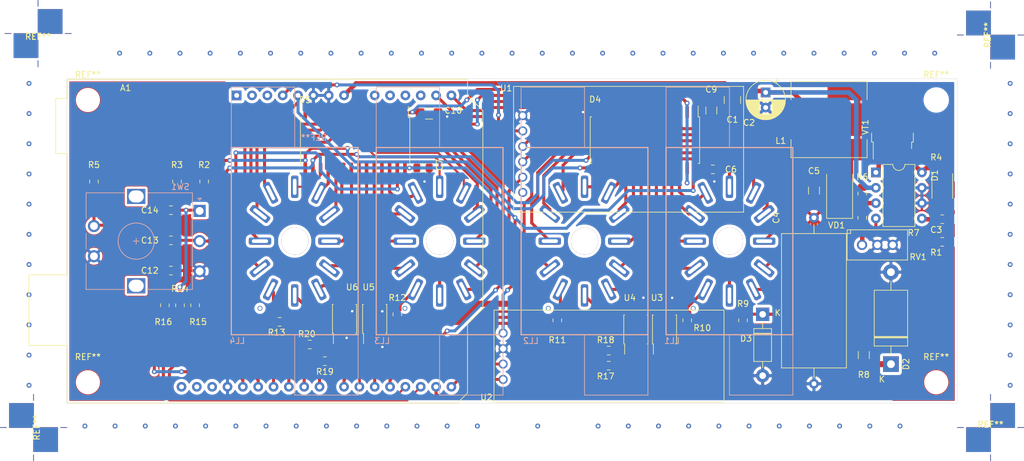
<source format=kicad_pcb>
(kicad_pcb (version 20171130) (host pcbnew "(5.1.5)-3")
  (layers (0 F.Cu signal) (31 B.Cu signal) (34 B.Paste user) (35 F.Paste user) (36 B.SilkS user) (37 F.SilkS user) (38 B.Mask user) (39 F.Mask user) (44 Edge.Cuts user))
  (net 0 "")
  (net 1 "Net-(D1-Pad8)")
  (net 2 "Net-(D1-Pad3)")
  (net 3 "Net-(D1-Pad1)")
  (net 4 "Net-(L1-Pad2)")
  (net 5 GND)
  (net 6 +5V)
  (net 7 "Net-(C3-Pad1)")
  (net 8 HV)
  (net 9 HV_C)
  (net 10 /SHUT)
  (net 11 "Net-(D2-Pad1)")
  (net 12 /DATA)
  (net 13 /2-0)
  (net 14 /2-9)
  (net 15 /2-8)
  (net 16 /2-7)
  (net 17 /2-6)
  (net 18 /2-5)
  (net 19 /2-4)
  (net 20 /2-3)
  (net 21 /2-2)
  (net 22 /2-1)
  (net 23 /STROBE)
  (net 24 /CLOCK)
  (net 25 /1-1)
  (net 26 /1-2)
  (net 27 /1-3)
  (net 28 /1-4)
  (net 29 /1-5)
  (net 30 /1-6)
  (net 31 /1-7)
  (net 32 /1-8)
  (net 33 /1-9)
  (net 34 /1-0)
  (net 35 /4-0)
  (net 36 /4-9)
  (net 37 /4-8)
  (net 38 /4-7)
  (net 39 /4-6)
  (net 40 /4-5)
  (net 41 /4-4)
  (net 42 /4-3)
  (net 43 /4-2)
  (net 44 /4-1)
  (net 45 /3-1)
  (net 46 /3-2)
  (net 47 /3-3)
  (net 48 /3-4)
  (net 49 /3-5)
  (net 50 /3-6)
  (net 51 /3-7)
  (net 52 /3-8)
  (net 53 /3-9)
  (net 54 /3-0)
  (net 55 /SW)
  (net 56 /B)
  (net 57 /A)
  (net 58 "Net-(LL1-Pad1)")
  (net 59 "Net-(LL2-Pad1)")
  (net 60 "Net-(LL3-Pad1)")
  (net 61 "Net-(LL4-Pad1)")
  (net 62 "Net-(R7-Pad2)")
  (net 63 /4-.)
  (net 64 /3-.)
  (net 65 /2-.)
  (net 66 /1-.)
  (net 67 "Net-(D4-Pad27)")
  (net 68 /_SW)
  (net 69 /_B)
  (net 70 /_A)
  (net 71 /TxD)
  (net 72 /RxD)
  (net 73 "Net-(A1-Pad30)")
  (net 74 /SCL)
  (net 75 /SDA)
  (net 76 /RT_INT)
  (net 77 "Net-(A1-Pad10)")
  (net 78 "Net-(A1-Pad9)")
  (net 79 +VDC)
  (net 80 +3V3)
  (net 81 "Net-(A1-Pad3)")
  (net 82 "Net-(A1-Pad2)")
  (net 83 "Net-(A1-Pad1)")
  (net 84 "Net-(A1-Pad31)")
  (net 85 "Net-(A1-Pad32)")
  (net 86 "Net-(U1-Pad1)")
  (net 87 /_4-.)
  (net 88 /_3-.)
  (net 89 /_2-.)
  (net 90 /_1-.)
  (net 91 "Net-(D4-Pad2)")
  (net 92 "Net-(R17-Pad1)")
  (net 93 "Net-(R18-Pad1)")
  (net 94 "Net-(R19-Pad1)")
  (net 95 "Net-(R20-Pad1)")
  (net 96 "Net-(A1-Pad12)")
  (net 97 "Net-(A1-Pad11)")
  (module Module:Arduino_UNO_R3 (layer F.Cu) (at 124.39 71.99)
    (fp_text reference A1 (at -18.39 -1.24 180) (layer F.SilkS))
    (fp_text value Arduino_UNO_R3)
    (pad 16 thru_hole oval (at 33.02 48.26 90) (size 1.6 1.6) (drill 0.8) (layers *.Cu *.Mask) (net 71 /TxD))
    (pad 15 thru_hole oval (at 35.56 48.26 90) (size 1.6 1.6) (drill 0.8) (layers *.Cu *.Mask) (net 72 /RxD))
    (pad 30 thru_hole oval (at -4.06 48.26 90) (size 1.6 1.6) (drill 0.8) (layers *.Cu *.Mask) (net 73 "Net-(A1-Pad30)"))
    (pad 14 thru_hole oval (at 35.56 0 90) (size 1.6 1.6) (drill 0.8) (layers *.Cu *.Mask) (net 74 /SCL))
    (pad 29 thru_hole oval (at -1.52 48.26 90) (size 1.6 1.6) (drill 0.8) (layers *.Cu *.Mask) (net 5 GND))
    (pad 13 thru_hole oval (at 33.02 0 90) (size 1.6 1.6) (drill 0.8) (layers *.Cu *.Mask) (net 75 /SDA))
    (pad 28 thru_hole oval (at 1.02 48.26 90) (size 1.6 1.6) (drill 0.8) (layers *.Cu *.Mask) (net 55 /SW))
    (pad 12 thru_hole oval (at 30.48 0 90) (size 1.6 1.6) (drill 0.8) (layers *.Cu *.Mask) (net 96 "Net-(A1-Pad12)"))
    (pad 27 thru_hole oval (at 3.56 48.26 90) (size 1.6 1.6) (drill 0.8) (layers *.Cu *.Mask) (net 24 /CLOCK))
    (pad 11 thru_hole oval (at 27.94 0 90) (size 1.6 1.6) (drill 0.8) (layers *.Cu *.Mask) (net 97 "Net-(A1-Pad11)"))
    (pad 26 thru_hole oval (at 6.1 48.26 90) (size 1.6 1.6) (drill 0.8) (layers *.Cu *.Mask) (net 23 /STROBE))
    (pad 10 thru_hole oval (at 25.4 0 90) (size 1.6 1.6) (drill 0.8) (layers *.Cu *.Mask) (net 77 "Net-(A1-Pad10)"))
    (pad 25 thru_hole oval (at 8.64 48.26 90) (size 1.6 1.6) (drill 0.8) (layers *.Cu *.Mask) (net 12 /DATA))
    (pad 9 thru_hole oval (at 22.86 0 90) (size 1.6 1.6) (drill 0.8) (layers *.Cu *.Mask) (net 78 "Net-(A1-Pad9)"))
    (pad 24 thru_hole oval (at 11.18 48.26 90) (size 1.6 1.6) (drill 0.8) (layers *.Cu *.Mask) (net 87 /_4-.))
    (pad 8 thru_hole oval (at 17.78 0 90) (size 1.6 1.6) (drill 0.8) (layers *.Cu *.Mask) (net 79 +VDC))
    (pad 23 thru_hole oval (at 13.72 48.26 90) (size 1.6 1.6) (drill 0.8) (layers *.Cu *.Mask) (net 88 /_3-.))
    (pad 7 thru_hole oval (at 15.24 0 90) (size 1.6 1.6) (drill 0.8) (layers *.Cu *.Mask) (net 5 GND))
    (pad 22 thru_hole oval (at 17.78 48.26 90) (size 1.6 1.6) (drill 0.8) (layers *.Cu *.Mask) (net 76 /RT_INT))
    (pad 6 thru_hole oval (at 12.7 0 90) (size 1.6 1.6) (drill 0.8) (layers *.Cu *.Mask) (net 5 GND))
    (pad 21 thru_hole oval (at 20.32 48.26 90) (size 1.6 1.6) (drill 0.8) (layers *.Cu *.Mask) (net 89 /_2-.))
    (pad 5 thru_hole oval (at 10.16 0 90) (size 1.6 1.6) (drill 0.8) (layers *.Cu *.Mask) (net 6 +5V))
    (pad 20 thru_hole oval (at 22.86 48.26 90) (size 1.6 1.6) (drill 0.8) (layers *.Cu *.Mask) (net 90 /_1-.))
    (pad 4 thru_hole oval (at 7.62 0 90) (size 1.6 1.6) (drill 0.8) (layers *.Cu *.Mask) (net 80 +3V3))
    (pad 19 thru_hole oval (at 25.4 48.26 90) (size 1.6 1.6) (drill 0.8) (layers *.Cu *.Mask) (net 10 /SHUT))
    (pad 3 thru_hole oval (at 5.08 0 90) (size 1.6 1.6) (drill 0.8) (layers *.Cu *.Mask) (net 81 "Net-(A1-Pad3)"))
    (pad 18 thru_hole oval (at 27.94 48.26 90) (size 1.6 1.6) (drill 0.8) (layers *.Cu *.Mask) (net 56 /B))
    (pad 2 thru_hole oval (at 2.54 0 90) (size 1.6 1.6) (drill 0.8) (layers *.Cu *.Mask) (net 82 "Net-(A1-Pad2)"))
    (pad 17 thru_hole oval (at 30.48 48.26 90) (size 1.6 1.6) (drill 0.8) (layers *.Cu *.Mask) (net 57 /A))
    (pad 1 thru_hole rect (at 0 0 90) (size 1.6 1.6) (drill 0.8) (layers *.Cu *.Mask) (net 83 "Net-(A1-Pad1)"))
    (pad 31 thru_hole oval (at -6.6 48.26 90) (size 1.6 1.6) (drill 0.8) (layers *.Cu *.Mask) (net 84 "Net-(A1-Pad31)"))
    (pad 32 thru_hole oval (at -9.14 48.26 90) (size 1.6 1.6) (drill 0.8) (layers *.Cu *.Mask) (net 85 "Net-(A1-Pad32)"))
  )
  (module clock:PL31 (layer B.Cu) (at 158 96.125 180)
    (fp_text reference LL3 (at 9.525 -16.51) (layer B.SilkS) (effects (justify mirror)))
    (fp_text value IN-12B)
    (fp_text user REF** (at 0 -0.5) (layer B.SilkS) (effects (justify mirror)))
    (pad 11 thru_hole roundrect (at -4 -8 116.6) (size 3.7 1.2) (drill oval 2.7 0.6) (layers *.Cu *.Mask) (net 45 /3-1))
    (pad 12 thru_hole roundrect (at 0 -9 90) (size 3.7 1.2) (drill oval 2.7 0.6) (layers *.Cu *.Mask) (net 64 /3-.))
    (pad 4 thru_hole roundrect (at 5.75 4.5 142) (size 3.7 1.2) (drill oval 2.7 0.6) (layers *.Cu *.Mask) (net 52 /3-8))
    (pad 6 thru_hole roundrect (at 0 9 90) (size 3.7 1.2) (drill oval 2.7 0.6) (layers *.Cu *.Mask) (net 50 /3-6))
    (pad 3 thru_hole roundrect (at 5.75 0 90) (size 1.2 3.7) (drill oval 0.6 2.7) (layers *.Cu *.Mask) (net 53 /3-9))
    (pad 7 thru_hole roundrect (at -4 8 243.4) (size 3.7 1.2) (drill oval 2.7 0.6) (layers *.Cu *.Mask) (net 49 /3-5))
    (pad 2 thru_hole roundrect (at 5.75 -4.5 218) (size 3.7 1.2) (drill oval 2.7 0.6) (layers *.Cu *.Mask) (net 54 /3-0))
    (pad 1 thru_hole roundrect (at 4 -8 243.4) (size 3.7 1.2) (drill oval 2.7 0.6) (layers *.Cu *.Mask) (net 60 "Net-(LL3-Pad1)"))
    (pad 5 thru_hole roundrect (at 4 8 116.6) (size 3.7 1.2) (drill oval 2.7 0.6) (layers *.Cu *.Mask) (net 51 /3-7))
    (pad 9 thru_hole roundrect (at -5.75 0 180) (size 3.7 1.2) (drill oval 2.7 0.6) (layers *.Cu *.Mask) (net 47 /3-3))
    (pad 0 thru_hole circle (at 0 0 180) (size 4.5 4.5) (drill 4.5) (layers *.Cu Dwgs.User))
    (pad 8 thru_hole roundrect (at -5.75 4.5 218) (size 3.7 1.2) (drill oval 2.7 0.6) (layers *.Cu *.Mask) (net 48 /3-4))
    (pad 10 thru_hole roundrect (at -5.75 -4.5 322) (size 3.7 1.2) (drill oval 2.7 0.6) (layers *.Cu *.Mask) (net 46 /3-2))
  )
  (module Package_SO:SO-4_4.4x3.6mm_P2.54mm (layer F.Cu) (at 142.25 109 90)
    (fp_text reference U6 (at 5.25 1.25) (layer F.SilkS))
    (fp_text value KPC452)
    (pad 4 smd rect (at 3.15 -1.27 90) (size 2 0.64) (layers F.Cu F.Paste F.Mask) (net 63 /4-.))
    (pad 3 smd rect (at 3.15 1.27 90) (size 2 0.64) (layers F.Cu F.Paste F.Mask) (net 5 GND))
    (pad 2 smd rect (at -3.15 1.27 90) (size 2 0.64) (layers F.Cu F.Paste F.Mask) (net 5 GND))
    (pad 1 smd rect (at -3.15 -1.27 90) (size 2 0.64) (layers F.Cu F.Paste F.Mask) (net 95 "Net-(R20-Pad1)"))
  )
  (module Package_SO:SO-4_4.4x3.6mm_P2.54mm (layer F.Cu) (at 147.25 109 90)
    (fp_text reference U5 (at 5.25 -1) (layer F.SilkS))
    (fp_text value KPC452)
    (pad 4 smd rect (at 3.15 -1.27 90) (size 2 0.64) (layers F.Cu F.Paste F.Mask) (net 64 /3-.))
    (pad 3 smd rect (at 3.15 1.27 90) (size 2 0.64) (layers F.Cu F.Paste F.Mask) (net 5 GND))
    (pad 2 smd rect (at -3.15 1.27 90) (size 2 0.64) (layers F.Cu F.Paste F.Mask) (net 5 GND))
    (pad 1 smd rect (at -3.15 -1.27 90) (size 2 0.64) (layers F.Cu F.Paste F.Mask) (net 94 "Net-(R19-Pad1)"))
  )
  (module Package_SO:SO-4_4.4x3.6mm_P2.54mm (layer F.Cu) (at 190.5 110.75 90)
    (fp_text reference U4 (at 5.25 -1 180) (layer F.SilkS))
    (fp_text value KPC452)
    (pad 4 smd rect (at 3.15 -1.27 90) (size 2 0.64) (layers F.Cu F.Paste F.Mask) (net 65 /2-.))
    (pad 3 smd rect (at 3.15 1.27 90) (size 2 0.64) (layers F.Cu F.Paste F.Mask) (net 5 GND))
    (pad 2 smd rect (at -3.15 1.27 90) (size 2 0.64) (layers F.Cu F.Paste F.Mask) (net 5 GND))
    (pad 1 smd rect (at -3.15 -1.27 90) (size 2 0.64) (layers F.Cu F.Paste F.Mask) (net 93 "Net-(R18-Pad1)"))
  )
  (module Package_SO:SO-4_4.4x3.6mm_P2.54mm (layer F.Cu) (at 195.25 110.75 90)
    (fp_text reference U3 (at 5.25 -1.25 180) (layer F.SilkS))
    (fp_text value KPC452)
    (pad 4 smd rect (at 3.15 -1.27 90) (size 2 0.64) (layers F.Cu F.Paste F.Mask) (net 66 /1-.))
    (pad 3 smd rect (at 3.15 1.27 90) (size 2 0.64) (layers F.Cu F.Paste F.Mask) (net 5 GND))
    (pad 2 smd rect (at -3.15 1.27 90) (size 2 0.64) (layers F.Cu F.Paste F.Mask) (net 5 GND))
    (pad 1 smd rect (at -3.15 -1.27 90) (size 2 0.64) (layers F.Cu F.Paste F.Mask) (net 92 "Net-(R17-Pad1)"))
  )
  (module Resistor_SMD:R_0805_2012Metric_Pad1.15x1.40mm_HandSolder (layer F.Cu) (at 136.5 113.25 180)
    (fp_text reference R20 (at 0.5 1.75) (layer F.SilkS))
    (fp_text value 2.2K)
    (pad 2 smd roundrect (at 1.025 0 180) (size 1.15 1.4) (layers F.Cu F.Paste F.Mask) (roundrect_rratio 0.217391) (net 87 /_4-.))
    (pad 1 smd roundrect (at -1.025 0 180) (size 1.15 1.4) (layers F.Cu F.Paste F.Mask) (roundrect_rratio 0.217391) (net 95 "Net-(R20-Pad1)"))
  )
  (module Resistor_SMD:R_0805_2012Metric_Pad1.15x1.40mm_HandSolder (layer F.Cu) (at 139 116 180)
    (fp_text reference R19 (at 0 -1.75) (layer F.SilkS))
    (fp_text value 2.2K)
    (pad 2 smd roundrect (at 1.025 0 180) (size 1.15 1.4) (layers F.Cu F.Paste F.Mask) (roundrect_rratio 0.217391) (net 88 /_3-.))
    (pad 1 smd roundrect (at -1.025 0 180) (size 1.15 1.4) (layers F.Cu F.Paste F.Mask) (roundrect_rratio 0.217391) (net 94 "Net-(R19-Pad1)"))
  )
  (module Resistor_SMD:R_0805_2012Metric_Pad1.15x1.40mm_HandSolder (layer F.Cu) (at 186 114.25 180)
    (fp_text reference R18 (at 0.5 1.75) (layer F.SilkS))
    (fp_text value 2.2K)
    (pad 2 smd roundrect (at 1.025 0 180) (size 1.15 1.4) (layers F.Cu F.Paste F.Mask) (roundrect_rratio 0.217391) (net 89 /_2-.))
    (pad 1 smd roundrect (at -1.025 0 180) (size 1.15 1.4) (layers F.Cu F.Paste F.Mask) (roundrect_rratio 0.217391) (net 93 "Net-(R18-Pad1)"))
  )
  (module Resistor_SMD:R_0805_2012Metric_Pad1.15x1.40mm_HandSolder (layer F.Cu) (at 186 116.75 180)
    (fp_text reference R17 (at 0.5 -1.75) (layer F.SilkS))
    (fp_text value 2.2K)
    (pad 2 smd roundrect (at 1.025 0 180) (size 1.15 1.4) (layers F.Cu F.Paste F.Mask) (roundrect_rratio 0.217391) (net 90 /_1-.))
    (pad 1 smd roundrect (at -1.025 0 180) (size 1.15 1.4) (layers F.Cu F.Paste F.Mask) (roundrect_rratio 0.217391) (net 92 "Net-(R17-Pad1)"))
  )
  (module Package_SO:SOIC-28W_7.5x17.9mm_P1.27mm (layer F.Cu) (at 192.005 79.4 270)
    (fp_text reference D4 (at -6.75 8.25) (layer F.SilkS))
    (fp_text value HV5812)
    (pad 28 smd roundrect (at 4.65 -8.255 270) (size 2.05 0.6) (layers F.Cu F.Paste F.Mask) (net 6 +5V))
    (pad 27 smd roundrect (at 4.65 -6.985 270) (size 2.05 0.6) (layers F.Cu F.Paste F.Mask) (net 67 "Net-(D4-Pad27)"))
    (pad 26 smd roundrect (at 4.65 -5.715 270) (size 2.05 0.6) (layers F.Cu F.Paste F.Mask) (net 31 /1-7))
    (pad 25 smd roundrect (at 4.65 -4.445 270) (size 2.05 0.6) (layers F.Cu F.Paste F.Mask) (net 32 /1-8))
    (pad 24 smd roundrect (at 4.65 -3.175 270) (size 2.05 0.6) (layers F.Cu F.Paste F.Mask) (net 33 /1-9))
    (pad 23 smd roundrect (at 4.65 -1.905 270) (size 2.05 0.6) (layers F.Cu F.Paste F.Mask) (net 34 /1-0))
    (pad 22 smd roundrect (at 4.65 -0.635 270) (size 2.05 0.6) (layers F.Cu F.Paste F.Mask) (net 22 /2-1))
    (pad 21 smd roundrect (at 4.65 0.635 270) (size 2.05 0.6) (layers F.Cu F.Paste F.Mask) (net 21 /2-2))
    (pad 20 smd roundrect (at 4.65 1.905 270) (size 2.05 0.6) (layers F.Cu F.Paste F.Mask) (net 20 /2-3))
    (pad 19 smd roundrect (at 4.65 3.175 270) (size 2.05 0.6) (layers F.Cu F.Paste F.Mask) (net 19 /2-4))
    (pad 18 smd roundrect (at 4.65 4.445 270) (size 2.05 0.6) (layers F.Cu F.Paste F.Mask) (net 18 /2-5))
    (pad 17 smd roundrect (at 4.65 5.715 270) (size 2.05 0.6) (layers F.Cu F.Paste F.Mask) (net 17 /2-6))
    (pad 16 smd roundrect (at 4.65 6.985 270) (size 2.05 0.6) (layers F.Cu F.Paste F.Mask) (net 23 /STROBE))
    (pad 15 smd roundrect (at 4.65 8.255 270) (size 2.05 0.6) (layers F.Cu F.Paste F.Mask) (net 24 /CLOCK))
    (pad 14 smd roundrect (at -4.65 8.255 270) (size 2.05 0.6) (layers F.Cu F.Paste F.Mask) (net 5 GND))
    (pad 13 smd roundrect (at -4.65 6.985 270) (size 2.05 0.6) (layers F.Cu F.Paste F.Mask) (net 5 GND))
    (pad 12 smd roundrect (at -4.65 5.715 270) (size 2.05 0.6) (layers F.Cu F.Paste F.Mask) (net 13 /2-0))
    (pad 11 smd roundrect (at -4.65 4.445 270) (size 2.05 0.6) (layers F.Cu F.Paste F.Mask) (net 14 /2-9))
    (pad 10 smd roundrect (at -4.65 3.175 270) (size 2.05 0.6) (layers F.Cu F.Paste F.Mask) (net 15 /2-8))
    (pad 9 smd roundrect (at -4.65 1.905 270) (size 2.05 0.6) (layers F.Cu F.Paste F.Mask) (net 16 /2-7))
    (pad 8 smd roundrect (at -4.65 0.635 270) (size 2.05 0.6) (layers F.Cu F.Paste F.Mask) (net 30 /1-6))
    (pad 7 smd roundrect (at -4.65 -0.635 270) (size 2.05 0.6) (layers F.Cu F.Paste F.Mask) (net 29 /1-5))
    (pad 6 smd roundrect (at -4.65 -1.905 270) (size 2.05 0.6) (layers F.Cu F.Paste F.Mask) (net 28 /1-4))
    (pad 5 smd roundrect (at -4.65 -3.175 270) (size 2.05 0.6) (layers F.Cu F.Paste F.Mask) (net 27 /1-3))
    (pad 4 smd roundrect (at -4.65 -4.445 270) (size 2.05 0.6) (layers F.Cu F.Paste F.Mask) (net 26 /1-2))
    (pad 3 smd roundrect (at -4.65 -5.715 270) (size 2.05 0.6) (layers F.Cu F.Paste F.Mask) (net 25 /1-1))
    (pad 2 smd roundrect (at -4.65 -6.985 270) (size 2.05 0.6) (layers F.Cu F.Paste F.Mask) (net 91 "Net-(D4-Pad2)"))
    (pad 1 smd roundrect (at -4.65 -8.255 270) (size 2.05 0.6) (layers F.Cu F.Paste F.Mask) (net 9 HV_C))
  )
  (module clock:zs-042 (layer F.Cu) (at 170.25 70.5)
    (fp_text reference U1 (at -1.234382 0.31156) (layer F.SilkS))
    (fp_text value ZS-042)
    (pad 1 thru_hole circle (at 1.515618 17.56156) (size 1.501394 1.501394) (drill 1) (layers *.Cu *.Mask) (net 86 "Net-(U1-Pad1)"))
    (pad 2 thru_hole circle (at 1.515618 15.027656) (size 1.501394 1.501394) (drill 1) (layers *.Cu *.Mask) (net 76 /RT_INT))
    (pad 3 thru_hole circle (at 1.515618 12.487656) (size 1.5 1.5) (drill 1) (layers *.Cu *.Mask) (net 74 /SCL))
    (pad 4 thru_hole circle (at 1.515618 9.93902) (size 1.5 1.5) (drill 1) (layers *.Cu *.Mask) (net 75 /SDA))
    (pad 5 thru_hole circle (at 1.515618 7.366) (size 1.5 1.5) (drill 1) (layers *.Cu *.Mask) (net 80 +3V3))
    (pad 6 thru_hole circle (at 1.515618 4.836922) (size 1.5 1.5) (drill 1) (layers *.Cu *.Mask) (net 5 GND))
  )
  (module Capacitor_THT:C_Axial_L22.0mm_D10.5mm_P27.50mm_Horizontal (layer F.Cu) (at 220 92.25 270)
    (fp_text reference C4 (at 0 6.25 90) (layer F.SilkS))
    (fp_text value "10 uF, 250V")
    (pad 2 thru_hole oval (at 27.5 0 270) (size 1.6 1.6) (drill 0.8) (layers *.Cu *.Mask) (net 5 GND))
    (pad 1 thru_hole circle (at 0 0 270) (size 1.6 1.6) (drill 0.8) (layers *.Cu *.Mask) (net 8 HV))
  )
  (module Package_SO:SOIC-28W_7.5x17.9mm_P1.27mm (layer F.Cu) (at 144 79.5 270)
    (fp_text reference D5 (at -6.75 8.285 180) (layer F.SilkS))
    (fp_text value HV5812)
    (pad 28 smd roundrect (at 4.65 -8.255 270) (size 2.05 0.6) (layers F.Cu F.Paste F.Mask) (net 6 +5V))
    (pad 27 smd roundrect (at 4.65 -6.985 270) (size 2.05 0.6) (layers F.Cu F.Paste F.Mask) (net 12 /DATA))
    (pad 26 smd roundrect (at 4.65 -5.715 270) (size 2.05 0.6) (layers F.Cu F.Paste F.Mask) (net 51 /3-7))
    (pad 25 smd roundrect (at 4.65 -4.445 270) (size 2.05 0.6) (layers F.Cu F.Paste F.Mask) (net 52 /3-8))
    (pad 24 smd roundrect (at 4.65 -3.175 270) (size 2.05 0.6) (layers F.Cu F.Paste F.Mask) (net 53 /3-9))
    (pad 23 smd roundrect (at 4.65 -1.905 270) (size 2.05 0.6) (layers F.Cu F.Paste F.Mask) (net 54 /3-0))
    (pad 22 smd roundrect (at 4.65 -0.635 270) (size 2.05 0.6) (layers F.Cu F.Paste F.Mask) (net 44 /4-1))
    (pad 21 smd roundrect (at 4.65 0.635 270) (size 2.05 0.6) (layers F.Cu F.Paste F.Mask) (net 43 /4-2))
    (pad 20 smd roundrect (at 4.65 1.905 270) (size 2.05 0.6) (layers F.Cu F.Paste F.Mask) (net 42 /4-3))
    (pad 19 smd roundrect (at 4.65 3.175 270) (size 2.05 0.6) (layers F.Cu F.Paste F.Mask) (net 41 /4-4))
    (pad 18 smd roundrect (at 4.65 4.445 270) (size 2.05 0.6) (layers F.Cu F.Paste F.Mask) (net 40 /4-5))
    (pad 17 smd roundrect (at 4.65 5.715 270) (size 2.05 0.6) (layers F.Cu F.Paste F.Mask) (net 39 /4-6))
    (pad 16 smd roundrect (at 4.65 6.985 270) (size 2.05 0.6) (layers F.Cu F.Paste F.Mask) (net 23 /STROBE))
    (pad 15 smd roundrect (at 4.65 8.255 270) (size 2.05 0.6) (layers F.Cu F.Paste F.Mask) (net 24 /CLOCK))
    (pad 14 smd roundrect (at -4.65 8.255 270) (size 2.05 0.6) (layers F.Cu F.Paste F.Mask) (net 5 GND))
    (pad 13 smd roundrect (at -4.65 6.985 270) (size 2.05 0.6) (layers F.Cu F.Paste F.Mask) (net 5 GND))
    (pad 12 smd roundrect (at -4.65 5.715 270) (size 2.05 0.6) (layers F.Cu F.Paste F.Mask) (net 35 /4-0))
    (pad 11 smd roundrect (at -4.65 4.445 270) (size 2.05 0.6) (layers F.Cu F.Paste F.Mask) (net 36 /4-9))
    (pad 10 smd roundrect (at -4.65 3.175 270) (size 2.05 0.6) (layers F.Cu F.Paste F.Mask) (net 37 /4-8))
    (pad 9 smd roundrect (at -4.65 1.905 270) (size 2.05 0.6) (layers F.Cu F.Paste F.Mask) (net 38 /4-7))
    (pad 8 smd roundrect (at -4.65 0.635 270) (size 2.05 0.6) (layers F.Cu F.Paste F.Mask) (net 50 /3-6))
    (pad 7 smd roundrect (at -4.65 -0.635 270) (size 2.05 0.6) (layers F.Cu F.Paste F.Mask) (net 49 /3-5))
    (pad 6 smd roundrect (at -4.65 -1.905 270) (size 2.05 0.6) (layers F.Cu F.Paste F.Mask) (net 48 /3-4))
    (pad 5 smd roundrect (at -4.65 -3.175 270) (size 2.05 0.6) (layers F.Cu F.Paste F.Mask) (net 47 /3-3))
    (pad 4 smd roundrect (at -4.65 -4.445 270) (size 2.05 0.6) (layers F.Cu F.Paste F.Mask) (net 46 /3-2))
    (pad 3 smd roundrect (at -4.65 -5.715 270) (size 2.05 0.6) (layers F.Cu F.Paste F.Mask) (net 45 /3-1))
    (pad 2 smd roundrect (at -4.65 -6.985 270) (size 2.05 0.6) (layers F.Cu F.Paste F.Mask) (net 67 "Net-(D4-Pad27)"))
    (pad 1 smd roundrect (at -4.65 -8.255 270) (size 2.05 0.6) (layers F.Cu F.Paste F.Mask) (net 9 HV_C))
  )
  (module clock:3296W (layer F.Cu) (at 230.5 96.75 270)
    (fp_text reference RV1 (at 2 -6.75 180) (layer F.SilkS))
    (fp_text value R_POT)
    (pad 3 thru_hole circle (at 0 -2.54 270) (size 1.7 1.7) (drill 1.1) (layers *.Cu *.Mask) (net 5 GND))
    (pad 2 thru_hole circle (at 0 0 270) (size 1.7 1.7) (drill 1.1) (layers *.Cu *.Mask) (net 5 GND))
    (pad 1 thru_hole circle (at 0 2.54 270) (size 1.7 1.7) (drill 1.1) (layers *.Cu *.Mask) (net 62 "Net-(R7-Pad2)"))
  )
  (module Diode_THT:D_DO-201AE_P15.24mm_Horizontal (layer F.Cu) (at 232.75 116.5 90)
    (fp_text reference D2 (at 0 2.5 270) (layer F.SilkS))
    (fp_text value 1.5KE220CA)
    (fp_text user K (at -2.5 -1.5 180) (layer F.SilkS))
    (pad 2 thru_hole oval (at 15.24 0 90) (size 2.6 2.6) (drill 1.3) (layers *.Cu *.Mask) (net 5 GND))
    (pad 1 thru_hole rect (at 0 0 90) (size 2.6 2.6) (drill 1.3) (layers *.Cu *.Mask) (net 11 "Net-(D2-Pad1)"))
  )
  (module clock:zs-040 (layer F.Cu) (at 167 104)
    (fp_text reference U2 (at -1.25 18 180) (layer F.SilkS))
    (fp_text value ZS-040)
    (pad 1 thru_hole circle (at 1.515618 15.027656) (size 1.501394 1.501394) (drill 1) (layers *.Cu *.Mask) (net 71 /TxD))
    (pad 2 thru_hole circle (at 1.515618 12.487656) (size 1.5 1.5) (drill 1) (layers *.Cu *.Mask) (net 72 /RxD))
    (pad 3 thru_hole circle (at 1.515618 9.93902) (size 1.5 1.5) (drill 1) (layers *.Cu *.Mask) (net 5 GND))
    (pad 4 thru_hole circle (at 1.515618 7.366) (size 1.5 1.5) (drill 1) (layers *.Cu *.Mask) (net 6 +5V))
  )
  (module Resistor_SMD:R_2512_6332Metric_Pad1.52x3.35mm_HandSolder (layer F.Cu) (at 241.25 87 270)
    (fp_text reference R4 (at -4.75 1 180) (layer F.SilkS))
    (fp_text value 0.1)
    (pad 2 smd roundrect (at 2.9875 0 270) (size 1.525 3.35) (layers F.Cu F.Paste F.Mask) (roundrect_rratio 0.163934) (net 5 GND))
    (pad 1 smd roundrect (at -2.9875 0 270) (size 1.525 3.35) (layers F.Cu F.Paste F.Mask) (roundrect_rratio 0.163934) (net 1 "Net-(D1-Pad8)"))
  )
  (module MountingHole:MountingHole_3.2mm_M3 (layer F.Cu) (at 240.25 119.5)
    (fp_text reference REF** (at 0 -4.2) (layer F.SilkS))
    (fp_text value MountingHole_3.2mm_M3)
    (pad 1 np_thru_hole circle (at 0 0) (size 3.2 3.2) (drill 3.2) (layers *.Cu *.Mask))
  )
  (module MountingHole:MountingHole_3.2mm_M3 (layer F.Cu) (at 240.25 72.75)
    (fp_text reference REF** (at 0 -4.2) (layer F.SilkS))
    (fp_text value MountingHole_3.2mm_M3)
    (pad 1 np_thru_hole circle (at 0 0) (size 3.2 3.2) (drill 3.2) (layers *.Cu *.Mask))
  )
  (module MountingHole:MountingHole_3.2mm_M3 (layer F.Cu) (at 99.75 119.5)
    (fp_text reference REF** (at 0 -4.2) (layer F.SilkS))
    (fp_text value MountingHole_3.2mm_M3)
    (pad 1 np_thru_hole circle (at 0 0) (size 3.2 3.2) (drill 3.2) (layers *.Cu *.Mask))
  )
  (module MountingHole:MountingHole_3.2mm_M3 (layer F.Cu) (at 99.75 72.75)
    (fp_text reference REF** (at 0 -4.2) (layer F.SilkS))
    (fp_text value MountingHole_3.2mm_M3)
    (pad 1 np_thru_hole circle (at 0 0) (size 3.2 3.2) (drill 3.2) (layers *.Cu *.Mask))
  )
  (module clock:mira (layer F.Cu) (at 249.25 127 180)
    (fp_text reference REF** (at 0 0.5) (layer F.SilkS))
    (fp_text value mira)
    (fp_poly (pts (xy 4 0) (xy 0 0) (xy 0 -4) (xy 4 -4)) (layer F.Cu) (width 0.1))
    (fp_poly (pts (xy -4 0) (xy 0 0) (xy 0 4) (xy -4 4)) (layer F.Cu) (width 0.1))
    (fp_poly (pts (xy -4 0) (xy 0 0) (xy 0 4) (xy -4 4)) (layer B.Cu) (width 0.1))
    (fp_poly (pts (xy 4 0) (xy 0 0) (xy 0 -4) (xy 4 -4)) (layer B.Cu) (width 0.1))
    (fp_text user REF** (at 0 0.5) (layer F.SilkS))
    (fp_line (start 0 -4.5) (end 0 -5.5) (layer F.Cu) (width 0.12))
    (fp_line (start -4.5 0) (end -5.5 0) (layer F.Cu) (width 0.12))
    (fp_line (start 0 4.5) (end 0 5.5) (layer F.Cu) (width 0.12))
    (fp_line (start 4.5 0) (end 5.5 0) (layer F.Cu) (width 0.12))
    (fp_line (start 4.5 0) (end 5.5 0) (layer B.Cu) (width 0.12))
    (fp_line (start 0 4.5) (end 0 5.5) (layer B.Cu) (width 0.12))
    (fp_line (start -4.5 0) (end -5.5 0) (layer B.Cu) (width 0.12))
    (fp_line (start 0 -4.5) (end 0 -5.5) (layer B.Cu) (width 0.12))
  )
  (module clock:mira (layer F.Cu) (at 249.25 62 270)
    (fp_text reference REF** (at 0 0.5 90) (layer F.SilkS))
    (fp_text value mira)
    (fp_poly (pts (xy 4 0) (xy 0 0) (xy 0 -4) (xy 4 -4)) (layer F.Cu) (width 0.1))
    (fp_poly (pts (xy -4 0) (xy 0 0) (xy 0 4) (xy -4 4)) (layer F.Cu) (width 0.1))
    (fp_poly (pts (xy -4 0) (xy 0 0) (xy 0 4) (xy -4 4)) (layer B.Cu) (width 0.1))
    (fp_poly (pts (xy 4 0) (xy 0 0) (xy 0 -4) (xy 4 -4)) (layer B.Cu) (width 0.1))
    (fp_text user REF** (at 0 0.5 90) (layer F.SilkS))
    (fp_line (start 0 -4.5) (end 0 -5.5) (layer F.Cu) (width 0.12))
    (fp_line (start -4.5 0) (end -5.5 0) (layer F.Cu) (width 0.12))
    (fp_line (start 0 4.5) (end 0 5.5) (layer F.Cu) (width 0.12))
    (fp_line (start 4.5 0) (end 5.5 0) (layer F.Cu) (width 0.12))
    (fp_line (start 4.5 0) (end 5.5 0) (layer B.Cu) (width 0.12))
    (fp_line (start 0 4.5) (end 0 5.5) (layer B.Cu) (width 0.12))
    (fp_line (start -4.5 0) (end -5.5 0) (layer B.Cu) (width 0.12))
    (fp_line (start 0 -4.5) (end 0 -5.5) (layer B.Cu) (width 0.12))
  )
  (module clock:mira (layer F.Cu) (at 90.75 127 90)
    (fp_text reference REF** (at 0 0.5 90) (layer F.SilkS))
    (fp_text value mira)
    (fp_poly (pts (xy 4 0) (xy 0 0) (xy 0 -4) (xy 4 -4)) (layer F.Cu) (width 0.1))
    (fp_poly (pts (xy -4 0) (xy 0 0) (xy 0 4) (xy -4 4)) (layer F.Cu) (width 0.1))
    (fp_poly (pts (xy -4 0) (xy 0 0) (xy 0 4) (xy -4 4)) (layer B.Cu) (width 0.1))
    (fp_poly (pts (xy 4 0) (xy 0 0) (xy 0 -4) (xy 4 -4)) (layer B.Cu) (width 0.1))
    (fp_text user REF** (at 0 0.5 90) (layer F.SilkS))
    (fp_line (start 0 -4.5) (end 0 -5.5) (layer F.Cu) (width 0.12))
    (fp_line (start -4.5 0) (end -5.5 0) (layer F.Cu) (width 0.12))
    (fp_line (start 0 4.5) (end 0 5.5) (layer F.Cu) (width 0.12))
    (fp_line (start 4.5 0) (end 5.5 0) (layer F.Cu) (width 0.12))
    (fp_line (start 4.5 0) (end 5.5 0) (layer B.Cu) (width 0.12))
    (fp_line (start 0 4.5) (end 0 5.5) (layer B.Cu) (width 0.12))
    (fp_line (start -4.5 0) (end -5.5 0) (layer B.Cu) (width 0.12))
    (fp_line (start 0 -4.5) (end 0 -5.5) (layer B.Cu) (width 0.12))
  )
  (module clock:mira (layer F.Cu) (at 91.5 61.75)
    (fp_text reference REF** (at 0 0.5) (layer F.SilkS))
    (fp_text value mira)
    (fp_line (start 0 -4.5) (end 0 -5.5) (layer B.Cu) (width 0.12))
    (fp_line (start -4.5 0) (end -5.5 0) (layer B.Cu) (width 0.12))
    (fp_line (start 0 4.5) (end 0 5.5) (layer B.Cu) (width 0.12))
    (fp_line (start 4.5 0) (end 5.5 0) (layer B.Cu) (width 0.12))
    (fp_line (start 4.5 0) (end 5.5 0) (layer F.Cu) (width 0.12))
    (fp_line (start 0 4.5) (end 0 5.5) (layer F.Cu) (width 0.12))
    (fp_line (start -4.5 0) (end -5.5 0) (layer F.Cu) (width 0.12))
    (fp_line (start 0 -4.5) (end 0 -5.5) (layer F.Cu) (width 0.12))
    (fp_text user REF** (at 0 0.5) (layer F.SilkS))
    (fp_poly (pts (xy 4 0) (xy 0 0) (xy 0 -4) (xy 4 -4)) (layer B.Cu) (width 0.1))
    (fp_poly (pts (xy -4 0) (xy 0 0) (xy 0 4) (xy -4 4)) (layer B.Cu) (width 0.1))
    (fp_poly (pts (xy -4 0) (xy 0 0) (xy 0 4) (xy -4 4)) (layer F.Cu) (width 0.1))
    (fp_poly (pts (xy 4 0) (xy 0 0) (xy 0 -4) (xy 4 -4)) (layer F.Cu) (width 0.1))
  )
  (module Package_TO_SOT_SMD:TO-252-2 (layer F.Cu) (at 233 77.25 90)
    (fp_text reference VT1 (at 0 -4.5 90) (layer F.SilkS))
    (fp_text value STD18N55M5)
    (pad 2 smd rect (at 2.1 0 90) (size 6.4 5.8) (layers F.Cu F.Mask) (net 4 "Net-(L1-Pad2)"))
    (pad 3 smd rect (at -4.2 2.28 90) (size 2.2 1.2) (layers F.Cu F.Paste F.Mask) (net 1 "Net-(D1-Pad8)"))
    (pad 1 smd rect (at -4.2 -2.28 90) (size 2.2 1.2) (layers F.Cu F.Paste F.Mask) (net 3 "Net-(D1-Pad1)"))
  )
  (module Capacitor_SMD:C_0805_2012Metric_Pad1.15x1.40mm_HandSolder (layer F.Cu) (at 113.5 91)
    (fp_text reference C14 (at -3.5 0) (layer F.SilkS))
    (fp_text value "100nF, 50V")
    (pad 2 smd roundrect (at 1.025 0) (size 1.15 1.4) (layers F.Cu F.Paste F.Mask) (roundrect_rratio 0.217391) (net 70 /_A))
    (pad 1 smd roundrect (at -1.025 0) (size 1.15 1.4) (layers F.Cu F.Paste F.Mask) (roundrect_rratio 0.217391) (net 5 GND))
  )
  (module Capacitor_SMD:C_0805_2012Metric_Pad1.15x1.40mm_HandSolder (layer F.Cu) (at 113.5 96)
    (fp_text reference C13 (at -3.5 0) (layer F.SilkS))
    (fp_text value "100nF, 50V")
    (pad 2 smd roundrect (at 1.025 0) (size 1.15 1.4) (layers F.Cu F.Paste F.Mask) (roundrect_rratio 0.217391) (net 69 /_B))
    (pad 1 smd roundrect (at -1.025 0) (size 1.15 1.4) (layers F.Cu F.Paste F.Mask) (roundrect_rratio 0.217391) (net 5 GND))
  )
  (module Capacitor_SMD:C_0805_2012Metric_Pad1.15x1.40mm_HandSolder (layer F.Cu) (at 113.5 101 180)
    (fp_text reference C12 (at 3.5 0) (layer F.SilkS))
    (fp_text value "100nF, 50V")
    (pad 2 smd roundrect (at 1.025 0 180) (size 1.15 1.4) (layers F.Cu F.Paste F.Mask) (roundrect_rratio 0.217391) (net 68 /_SW))
    (pad 1 smd roundrect (at -1.025 0 180) (size 1.15 1.4) (layers F.Cu F.Paste F.Mask) (roundrect_rratio 0.217391) (net 5 GND))
  )
  (module Resistor_SMD:R_0805_2012Metric_Pad1.15x1.40mm_HandSolder (layer F.Cu) (at 112.5 106.75 270)
    (fp_text reference R16 (at 2.75 0.25) (layer F.SilkS))
    (fp_text value 1K)
    (pad 2 smd roundrect (at 1.025 0 270) (size 1.15 1.4) (layers F.Cu F.Paste F.Mask) (roundrect_rratio 0.217391) (net 55 /SW))
    (pad 1 smd roundrect (at -1.025 0 270) (size 1.15 1.4) (layers F.Cu F.Paste F.Mask) (roundrect_rratio 0.217391) (net 68 /_SW))
  )
  (module Resistor_SMD:R_0805_2012Metric_Pad1.15x1.40mm_HandSolder (layer F.Cu) (at 117.5 106.75 270)
    (fp_text reference R15 (at 2.75 -0.5) (layer F.SilkS))
    (fp_text value 1K)
    (pad 2 smd roundrect (at 1.025 0 270) (size 1.15 1.4) (layers F.Cu F.Paste F.Mask) (roundrect_rratio 0.217391) (net 56 /B))
    (pad 1 smd roundrect (at -1.025 0 270) (size 1.15 1.4) (layers F.Cu F.Paste F.Mask) (roundrect_rratio 0.217391) (net 69 /_B))
  )
  (module Resistor_SMD:R_0805_2012Metric_Pad1.15x1.40mm_HandSolder (layer F.Cu) (at 115 106.75 270)
    (fp_text reference R14 (at -2.75 0) (layer F.SilkS))
    (fp_text value 1K)
    (pad 2 smd roundrect (at 1.025 0 270) (size 1.15 1.4) (layers F.Cu F.Paste F.Mask) (roundrect_rratio 0.217391) (net 57 /A))
    (pad 1 smd roundrect (at -1.025 0 270) (size 1.15 1.4) (layers F.Cu F.Paste F.Mask) (roundrect_rratio 0.217391) (net 70 /_A))
  )
  (module Capacitor_THT:CP_Radial_D6.3mm_P2.50mm (layer F.Cu) (at 212 71.5 270)
    (fp_text reference C1 (at 4.5 5.5 180) (layer F.SilkS))
    (fp_text value "220uF, 16V")
    (pad 2 thru_hole circle (at 2.5 0 270) (size 1.6 1.6) (drill 0.8) (layers *.Cu *.Mask) (net 5 GND))
    (pad 1 thru_hole rect (at 0 0 270) (size 1.6 1.6) (drill 0.8) (layers *.Cu *.Mask) (net 79 +VDC))
  )
  (module clock:RotaryEncoder_Bouruns_PEC16 (layer B.Cu) (at 107.75 96.125 180)
    (fp_text reference SW1 (at -7.3 9 180) (layer B.SilkS) (effects (justify mirror)))
    (fp_text value PEC16)
    (pad S2 thru_hole circle (at 7 -2.5 180) (size 2 2) (drill 1.3) (layers *.Cu *.Mask) (net 5 GND))
    (pad S1 thru_hole circle (at 7 2.5 180) (size 2 2) (drill 1.3) (layers *.Cu *.Mask) (net 68 /_SW))
    (pad MP thru_hole rect (at 0 -7.4 180) (size 3 2.5) (drill oval 2.5 2) (layers *.Cu *.Mask))
    (pad MP thru_hole rect (at 0 7.4 180) (size 3 2.5) (drill oval 2.5 2) (layers *.Cu *.Mask))
    (pad B thru_hole circle (at -10.5 0 180) (size 2 2) (drill 1.3) (layers *.Cu *.Mask) (net 69 /_B))
    (pad C thru_hole circle (at -10.5 -5 180) (size 2 2) (drill 1.3) (layers *.Cu *.Mask) (net 5 GND))
    (pad A thru_hole rect (at -10.5 5 180) (size 2 2) (drill 1.3) (layers *.Cu *.Mask) (net 70 /_A))
  )
  (module Resistor_SMD:R_0805_2012Metric_Pad1.15x1.40mm_HandSolder (layer F.Cu) (at 131.5 109.5)
    (fp_text reference R13 (at -0.5 1.75 -180) (layer F.SilkS))
    (fp_text value 22K)
    (pad 2 smd roundrect (at 1.025 0) (size 1.15 1.4) (layers F.Cu F.Paste F.Mask) (roundrect_rratio 0.217391) (net 8 HV))
    (pad 1 smd roundrect (at -1.025 0) (size 1.15 1.4) (layers F.Cu F.Paste F.Mask) (roundrect_rratio 0.217391) (net 61 "Net-(LL4-Pad1)"))
  )
  (module Resistor_SMD:R_0805_2012Metric_Pad1.15x1.40mm_HandSolder (layer F.Cu) (at 151 108.25 270)
    (fp_text reference R12 (at -2.75 0 180) (layer F.SilkS))
    (fp_text value 22K)
    (pad 2 smd roundrect (at 1.025 0 270) (size 1.15 1.4) (layers F.Cu F.Paste F.Mask) (roundrect_rratio 0.217391) (net 8 HV))
    (pad 1 smd roundrect (at -1.025 0 270) (size 1.15 1.4) (layers F.Cu F.Paste F.Mask) (roundrect_rratio 0.217391) (net 60 "Net-(LL3-Pad1)"))
  )
  (module Resistor_SMD:R_0805_2012Metric_Pad1.15x1.40mm_HandSolder (layer F.Cu) (at 177.5 109.25 270)
    (fp_text reference R11 (at 3.25 0 180) (layer F.SilkS))
    (fp_text value 22K)
    (pad 2 smd roundrect (at 1.025 0 270) (size 1.15 1.4) (layers F.Cu F.Paste F.Mask) (roundrect_rratio 0.217391) (net 8 HV))
    (pad 1 smd roundrect (at -1.025 0 270) (size 1.15 1.4) (layers F.Cu F.Paste F.Mask) (roundrect_rratio 0.217391) (net 59 "Net-(LL2-Pad1)"))
  )
  (module Resistor_SMD:R_0805_2012Metric_Pad1.15x1.40mm_HandSolder (layer F.Cu) (at 199 109.25 270)
    (fp_text reference R10 (at 1.25 -2.5) (layer F.SilkS))
    (fp_text value 22K)
    (pad 2 smd roundrect (at 1.025 0 270) (size 1.15 1.4) (layers F.Cu F.Paste F.Mask) (roundrect_rratio 0.217391) (net 8 HV))
    (pad 1 smd roundrect (at -1.025 0 270) (size 1.15 1.4) (layers F.Cu F.Paste F.Mask) (roundrect_rratio 0.217391) (net 58 "Net-(LL1-Pad1)"))
  )
  (module Resistor_SMD:R_0805_2012Metric_Pad1.15x1.40mm_HandSolder (layer F.Cu) (at 208.25 109.25 270)
    (fp_text reference R9 (at -2.75 0 180) (layer F.SilkS))
    (fp_text value 150K)
    (pad 2 smd roundrect (at 1.025 0 270) (size 1.15 1.4) (layers F.Cu F.Paste F.Mask) (roundrect_rratio 0.217391) (net 8 HV))
    (pad 1 smd roundrect (at -1.025 0 270) (size 1.15 1.4) (layers F.Cu F.Paste F.Mask) (roundrect_rratio 0.217391) (net 9 HV_C))
  )
  (module Resistor_SMD:R_1206_3216Metric_Pad1.42x1.75mm_HandSolder (layer F.Cu) (at 228.25 115 270)
    (fp_text reference R8 (at 3.25 0) (layer F.SilkS))
    (fp_text value 1)
    (pad 2 smd roundrect (at 1.4875 0 270) (size 1.425 1.75) (layers F.Cu F.Paste F.Mask) (roundrect_rratio 0.175439) (net 11 "Net-(D2-Pad1)"))
    (pad 1 smd roundrect (at -1.4875 0 270) (size 1.425 1.75) (layers F.Cu F.Paste F.Mask) (roundrect_rratio 0.175439) (net 8 HV))
  )
  (module Resistor_SMD:R_0805_2012Metric_Pad1.15x1.40mm_HandSolder (layer F.Cu) (at 228 92.25 270)
    (fp_text reference R7 (at 2.5 -8.5 180) (layer F.SilkS))
    (fp_text value 10K)
    (pad 2 smd roundrect (at 1.025 0 270) (size 1.15 1.4) (layers F.Cu F.Paste F.Mask) (roundrect_rratio 0.217391) (net 62 "Net-(R7-Pad2)"))
    (pad 1 smd roundrect (at -1.025 0 270) (size 1.15 1.4) (layers F.Cu F.Paste F.Mask) (roundrect_rratio 0.217391) (net 2 "Net-(D1-Pad3)"))
  )
  (module Resistor_SMD:R_0805_2012Metric_Pad1.15x1.40mm_HandSolder (layer F.Cu) (at 228 88.25 270)
    (fp_text reference R6 (at -2.75 0) (layer F.SilkS))
    (fp_text value 1.5M)
    (pad 2 smd roundrect (at 1.025 0 270) (size 1.15 1.4) (layers F.Cu F.Paste F.Mask) (roundrect_rratio 0.217391) (net 2 "Net-(D1-Pad3)"))
    (pad 1 smd roundrect (at -1.025 0 270) (size 1.15 1.4) (layers F.Cu F.Paste F.Mask) (roundrect_rratio 0.217391) (net 8 HV))
  )
  (module Resistor_SMD:R_0805_2012Metric_Pad1.15x1.40mm_HandSolder (layer F.Cu) (at 100.75 86.25 270)
    (fp_text reference R5 (at -2.75 0) (layer F.SilkS))
    (fp_text value 10K)
    (pad 2 smd roundrect (at 1.025 0 270) (size 1.15 1.4) (layers F.Cu F.Paste F.Mask) (roundrect_rratio 0.217391) (net 68 /_SW))
    (pad 1 smd roundrect (at -1.025 0 270) (size 1.15 1.4) (layers F.Cu F.Paste F.Mask) (roundrect_rratio 0.217391) (net 6 +5V))
  )
  (module Resistor_SMD:R_0805_2012Metric_Pad1.15x1.40mm_HandSolder (layer F.Cu) (at 114.5 86.25 270)
    (fp_text reference R3 (at -2.75 0 180) (layer F.SilkS))
    (fp_text value 10K)
    (pad 2 smd roundrect (at 1.025 0 270) (size 1.15 1.4) (layers F.Cu F.Paste F.Mask) (roundrect_rratio 0.217391) (net 70 /_A))
    (pad 1 smd roundrect (at -1.025 0 270) (size 1.15 1.4) (layers F.Cu F.Paste F.Mask) (roundrect_rratio 0.217391) (net 6 +5V))
  )
  (module Resistor_SMD:R_0805_2012Metric_Pad1.15x1.40mm_HandSolder (layer F.Cu) (at 119 86.25 270)
    (fp_text reference R2 (at -2.75 0) (layer F.SilkS))
    (fp_text value 10K)
    (pad 2 smd roundrect (at 1.025 0 270) (size 1.15 1.4) (layers F.Cu F.Paste F.Mask) (roundrect_rratio 0.217391) (net 69 /_B))
    (pad 1 smd roundrect (at -1.025 0 270) (size 1.15 1.4) (layers F.Cu F.Paste F.Mask) (roundrect_rratio 0.217391) (net 6 +5V))
  )
  (module Resistor_SMD:R_0805_2012Metric_Pad1.15x1.40mm_HandSolder (layer F.Cu) (at 241.25 96.25)
    (fp_text reference R1 (at -1 1.75 -180) (layer F.SilkS))
    (fp_text value 10K)
    (pad 2 smd roundrect (at 1.025 0) (size 1.15 1.4) (layers F.Cu F.Paste F.Mask) (roundrect_rratio 0.217391) (net 5 GND))
    (pad 1 smd roundrect (at -1.025 0) (size 1.15 1.4) (layers F.Cu F.Paste F.Mask) (roundrect_rratio 0.217391) (net 10 /SHUT))
  )
  (module clock:PL31 (layer B.Cu) (at 134 96.125 180)
    (fp_text reference LL4 (at 9.525 -16.51) (layer B.SilkS) (effects (justify mirror)))
    (fp_text value IN-12B)
    (fp_text user REF** (at -3.175 17.145) (layer B.SilkS) (effects (justify mirror)))
    (pad 11 thru_hole roundrect (at -4 -8 116.6) (size 3.7 1.2) (drill oval 2.7 0.6) (layers *.Cu *.Mask) (net 44 /4-1))
    (pad 12 thru_hole roundrect (at 0 -9 90) (size 3.7 1.2) (drill oval 2.7 0.6) (layers *.Cu *.Mask) (net 63 /4-.))
    (pad 4 thru_hole roundrect (at 5.75 4.5 142) (size 3.7 1.2) (drill oval 2.7 0.6) (layers *.Cu *.Mask) (net 37 /4-8))
    (pad 6 thru_hole roundrect (at 0 9 90) (size 3.7 1.2) (drill oval 2.7 0.6) (layers *.Cu *.Mask) (net 39 /4-6))
    (pad 3 thru_hole roundrect (at 5.75 0 90) (size 1.2 3.7) (drill oval 0.6 2.7) (layers *.Cu *.Mask) (net 36 /4-9))
    (pad 7 thru_hole roundrect (at -4 8 243.4) (size 3.7 1.2) (drill oval 2.7 0.6) (layers *.Cu *.Mask) (net 40 /4-5))
    (pad 2 thru_hole roundrect (at 5.75 -4.5 218) (size 3.7 1.2) (drill oval 2.7 0.6) (layers *.Cu *.Mask) (net 35 /4-0))
    (pad 1 thru_hole roundrect (at 4 -8 243.4) (size 3.7 1.2) (drill oval 2.7 0.6) (layers *.Cu *.Mask) (net 61 "Net-(LL4-Pad1)"))
    (pad 5 thru_hole roundrect (at 4 8 116.6) (size 3.7 1.2) (drill oval 2.7 0.6) (layers *.Cu *.Mask) (net 38 /4-7))
    (pad 9 thru_hole roundrect (at -5.75 0 180) (size 3.7 1.2) (drill oval 2.7 0.6) (layers *.Cu *.Mask) (net 42 /4-3))
    (pad 0 thru_hole circle (at 0 0 180) (size 4.5 4.5) (drill 4.5) (layers *.Cu Dwgs.User))
    (pad 8 thru_hole roundrect (at -5.75 4.5 218) (size 3.7 1.2) (drill oval 2.7 0.6) (layers *.Cu *.Mask) (net 41 /4-4))
    (pad 10 thru_hole roundrect (at -5.75 -4.5 322) (size 3.7 1.2) (drill oval 2.7 0.6) (layers *.Cu *.Mask) (net 43 /4-2))
  )
  (module clock:PL31 (layer B.Cu) (at 182 96.125 180)
    (fp_text reference LL2 (at 8.89 -16.51) (layer B.SilkS) (effects (justify mirror)))
    (fp_text value IN-12B)
    (fp_text user REF** (at 0 -0.5) (layer B.SilkS) (effects (justify mirror)))
    (pad 11 thru_hole roundrect (at -4 -8 116.6) (size 3.7 1.2) (drill oval 2.7 0.6) (layers *.Cu *.Mask) (net 22 /2-1))
    (pad 12 thru_hole roundrect (at 0 -9 90) (size 3.7 1.2) (drill oval 2.7 0.6) (layers *.Cu *.Mask) (net 65 /2-.))
    (pad 4 thru_hole roundrect (at 5.75 4.5 142) (size 3.7 1.2) (drill oval 2.7 0.6) (layers *.Cu *.Mask) (net 15 /2-8))
    (pad 6 thru_hole roundrect (at 0 9 90) (size 3.7 1.2) (drill oval 2.7 0.6) (layers *.Cu *.Mask) (net 17 /2-6))
    (pad 3 thru_hole roundrect (at 5.75 0 90) (size 1.2 3.7) (drill oval 0.6 2.7) (layers *.Cu *.Mask) (net 14 /2-9))
    (pad 7 thru_hole roundrect (at -4 8 243.4) (size 3.7 1.2) (drill oval 2.7 0.6) (layers *.Cu *.Mask) (net 18 /2-5))
    (pad 2 thru_hole roundrect (at 5.75 -4.5 218) (size 3.7 1.2) (drill oval 2.7 0.6) (layers *.Cu *.Mask) (net 13 /2-0))
    (pad 1 thru_hole roundrect (at 4 -8 243.4) (size 3.7 1.2) (drill oval 2.7 0.6) (layers *.Cu *.Mask) (net 59 "Net-(LL2-Pad1)"))
    (pad 5 thru_hole roundrect (at 4 8 116.6) (size 3.7 1.2) (drill oval 2.7 0.6) (layers *.Cu *.Mask) (net 16 /2-7))
    (pad 9 thru_hole roundrect (at -5.75 0 180) (size 3.7 1.2) (drill oval 2.7 0.6) (layers *.Cu *.Mask) (net 20 /2-3))
    (pad 0 thru_hole circle (at 0 0 180) (size 4.5 4.5) (drill 4.5) (layers *.Cu Dwgs.User))
    (pad 8 thru_hole roundrect (at -5.75 4.5 218) (size 3.7 1.2) (drill oval 2.7 0.6) (layers *.Cu *.Mask) (net 19 /2-4))
    (pad 10 thru_hole roundrect (at -5.75 -4.5 322) (size 3.7 1.2) (drill oval 2.7 0.6) (layers *.Cu *.Mask) (net 21 /2-2))
  )
  (module clock:PL31 (layer B.Cu) (at 206 96.125 180)
    (fp_text reference LL1 (at 9.525 -16.51) (layer B.SilkS) (effects (justify mirror)))
    (fp_text value IN-12B)
    (fp_text user REF** (at 0 -0.5) (layer B.SilkS) (effects (justify mirror)))
    (pad 11 thru_hole roundrect (at -4 -8 116.6) (size 3.7 1.2) (drill oval 2.7 0.6) (layers *.Cu *.Mask) (net 25 /1-1))
    (pad 12 thru_hole roundrect (at 0 -9 90) (size 3.7 1.2) (drill oval 2.7 0.6) (layers *.Cu *.Mask) (net 66 /1-.))
    (pad 4 thru_hole roundrect (at 5.75 4.5 142) (size 3.7 1.2) (drill oval 2.7 0.6) (layers *.Cu *.Mask) (net 32 /1-8))
    (pad 6 thru_hole roundrect (at 0 9 90) (size 3.7 1.2) (drill oval 2.7 0.6) (layers *.Cu *.Mask) (net 30 /1-6))
    (pad 3 thru_hole roundrect (at 5.75 0 90) (size 1.2 3.7) (drill oval 0.6 2.7) (layers *.Cu *.Mask) (net 33 /1-9))
    (pad 7 thru_hole roundrect (at -4 8 243.4) (size 3.7 1.2) (drill oval 2.7 0.6) (layers *.Cu *.Mask) (net 29 /1-5))
    (pad 2 thru_hole roundrect (at 5.75 -4.5 218) (size 3.7 1.2) (drill oval 2.7 0.6) (layers *.Cu *.Mask) (net 34 /1-0))
    (pad 1 thru_hole roundrect (at 4 -8 243.4) (size 3.7 1.2) (drill oval 2.7 0.6) (layers *.Cu *.Mask) (net 58 "Net-(LL1-Pad1)"))
    (pad 5 thru_hole roundrect (at 4 8 116.6) (size 3.7 1.2) (drill oval 2.7 0.6) (layers *.Cu *.Mask) (net 31 /1-7))
    (pad 9 thru_hole roundrect (at -5.75 0 180) (size 3.7 1.2) (drill oval 2.7 0.6) (layers *.Cu *.Mask) (net 27 /1-3))
    (pad 0 thru_hole circle (at 0 0 180) (size 4.5 4.5) (drill 4.5) (layers *.Cu Dwgs.User))
    (pad 8 thru_hole roundrect (at -5.75 4.5 218) (size 3.7 1.2) (drill oval 2.7 0.6) (layers *.Cu *.Mask) (net 28 /1-4))
    (pad 10 thru_hole roundrect (at -5.75 -4.5 322) (size 3.7 1.2) (drill oval 2.7 0.6) (layers *.Cu *.Mask) (net 26 /1-2))
  )
  (module Diode_THT:D_DO-41_SOD81_P10.16mm_Horizontal (layer F.Cu) (at 211.5 108.25 270)
    (fp_text reference D3 (at 4 2.75 180) (layer F.SilkS))
    (fp_text value 1N4764A)
    (fp_text user K (at -0.25 -2.5 180) (layer F.SilkS))
    (pad 2 thru_hole oval (at 10.16 0 270) (size 2.2 2.2) (drill 1.1) (layers *.Cu *.Mask) (net 5 GND))
    (pad 1 thru_hole rect (at 0 0 270) (size 2.2 2.2) (drill 1.1) (layers *.Cu *.Mask) (net 9 HV_C))
  )
  (module Package_DIP:DIP-8_W7.62mm (layer F.Cu) (at 230.25 84.75)
    (fp_text reference D1 (at 9.75 0.5 270) (layer F.SilkS))
    (fp_text value MAX1771)
    (pad 8 thru_hole oval (at 7.62 0) (size 1.6 1.6) (drill 0.8) (layers *.Cu *.Mask) (net 1 "Net-(D1-Pad8)"))
    (pad 4 thru_hole oval (at 0 7.62) (size 1.6 1.6) (drill 0.8) (layers *.Cu *.Mask) (net 10 /SHUT))
    (pad 7 thru_hole oval (at 7.62 2.54) (size 1.6 1.6) (drill 0.8) (layers *.Cu *.Mask) (net 5 GND))
    (pad 3 thru_hole oval (at 0 5.08) (size 1.6 1.6) (drill 0.8) (layers *.Cu *.Mask) (net 2 "Net-(D1-Pad3)"))
    (pad 6 thru_hole oval (at 7.62 5.08) (size 1.6 1.6) (drill 0.8) (layers *.Cu *.Mask) (net 5 GND))
    (pad 2 thru_hole oval (at 0 2.54) (size 1.6 1.6) (drill 0.8) (layers *.Cu *.Mask) (net 79 +VDC))
    (pad 5 thru_hole oval (at 7.62 7.62) (size 1.6 1.6) (drill 0.8) (layers *.Cu *.Mask) (net 7 "Net-(C3-Pad1)"))
    (pad 1 thru_hole rect (at 0 0) (size 1.6 1.6) (drill 0.8) (layers *.Cu *.Mask) (net 3 "Net-(D1-Pad1)"))
  )
  (module Capacitor_SMD:C_1206_3216Metric_Pad1.42x1.75mm_HandSolder (layer F.Cu) (at 156.25 75)
    (fp_text reference C10 (at 4 -0.5) (layer F.SilkS))
    (fp_text value "100nF, 250V")
    (pad 2 smd roundrect (at 1.4875 0) (size 1.425 1.75) (layers F.Cu F.Paste F.Mask) (roundrect_rratio 0.175439) (net 5 GND))
    (pad 1 smd roundrect (at -1.4875 0) (size 1.425 1.75) (layers F.Cu F.Paste F.Mask) (roundrect_rratio 0.175439) (net 9 HV_C))
  )
  (module Capacitor_SMD:C_1206_3216Metric_Pad1.42x1.75mm_HandSolder (layer F.Cu) (at 203 74.5 90)
    (fp_text reference C9 (at 3.5 0 180) (layer F.SilkS))
    (fp_text value "100nF, 250V")
    (pad 2 smd roundrect (at 1.4875 0 90) (size 1.425 1.75) (layers F.Cu F.Paste F.Mask) (roundrect_rratio 0.175439) (net 5 GND))
    (pad 1 smd roundrect (at -1.4875 0 90) (size 1.425 1.75) (layers F.Cu F.Paste F.Mask) (roundrect_rratio 0.175439) (net 9 HV_C))
  )
  (module Capacitor_SMD:C_0805_2012Metric_Pad1.15x1.40mm_HandSolder (layer F.Cu) (at 155.25 84 180)
    (fp_text reference C7 (at -2.75 0.5 90) (layer F.SilkS))
    (fp_text value "100nF, 50V")
    (pad 2 smd roundrect (at 1.025 0 180) (size 1.15 1.4) (layers F.Cu F.Paste F.Mask) (roundrect_rratio 0.217391) (net 6 +5V))
    (pad 1 smd roundrect (at -1.025 0 180) (size 1.15 1.4) (layers F.Cu F.Paste F.Mask) (roundrect_rratio 0.217391) (net 5 GND))
  )
  (module Capacitor_SMD:C_0805_2012Metric_Pad1.15x1.40mm_HandSolder (layer F.Cu) (at 203.25 84.25 180)
    (fp_text reference C6 (at -3 0) (layer F.SilkS))
    (fp_text value "100nF, 50V")
    (pad 2 smd roundrect (at 1.025 0 180) (size 1.15 1.4) (layers F.Cu F.Paste F.Mask) (roundrect_rratio 0.217391) (net 6 +5V))
    (pad 1 smd roundrect (at -1.025 0 180) (size 1.15 1.4) (layers F.Cu F.Paste F.Mask) (roundrect_rratio 0.217391) (net 5 GND))
  )
  (module Capacitor_SMD:C_1206_3216Metric_Pad1.42x1.75mm_HandSolder (layer F.Cu) (at 220 87.75 90)
    (fp_text reference C5 (at 3.25 0) (layer F.SilkS))
    (fp_text value "100nF, 250V")
    (pad 2 smd roundrect (at 1.4875 0 90) (size 1.425 1.75) (layers F.Cu F.Paste F.Mask) (roundrect_rratio 0.175439) (net 5 GND))
    (pad 1 smd roundrect (at -1.4875 0 90) (size 1.425 1.75) (layers F.Cu F.Paste F.Mask) (roundrect_rratio 0.175439) (net 8 HV))
  )
  (module Capacitor_SMD:C_0805_2012Metric_Pad1.15x1.40mm_HandSolder (layer F.Cu) (at 241.25 92.5)
    (fp_text reference C3 (at -1 1.75) (layer F.SilkS))
    (fp_text value 100nF)
    (pad 2 smd roundrect (at 1.025 0) (size 1.15 1.4) (layers F.Cu F.Paste F.Mask) (roundrect_rratio 0.217391) (net 5 GND))
    (pad 1 smd roundrect (at -1.025 0) (size 1.15 1.4) (layers F.Cu F.Paste F.Mask) (roundrect_rratio 0.217391) (net 7 "Net-(C3-Pad1)"))
  )
  (module Capacitor_SMD:C_1210_3225Metric_Pad1.42x2.65mm_HandSolder (layer F.Cu) (at 206.5 72.75 270)
    (fp_text reference C2 (at 3.75 -2.75 180) (layer F.SilkS))
    (fp_text value "10uF, 10V")
    (pad 2 smd roundrect (at 1.4875 0 270) (size 1.425 2.65) (layers F.Cu F.Paste F.Mask) (roundrect_rratio 0.175439) (net 5 GND))
    (pad 1 smd roundrect (at -1.4875 0 270) (size 1.425 2.65) (layers F.Cu F.Paste F.Mask) (roundrect_rratio 0.175439) (net 79 +VDC))
  )
  (module Inductor_SMD:L_12x12mm_H8mm (layer F.Cu) (at 222.5 76)
    (fp_text reference L1 (at -8 3.5) (layer F.SilkS))
    (fp_text value B82477R4224M100)
    (pad 2 smd rect (at 4.95 0) (size 2.9 5.4) (layers F.Cu F.Paste F.Mask) (net 4 "Net-(L1-Pad2)"))
    (pad 1 smd rect (at -4.95 0) (size 2.9 5.4) (layers F.Cu F.Paste F.Mask) (net 79 +VDC))
  )
  (module Diode_SMD:D_SMB_Handsoldering (layer F.Cu) (at 224.25 87.75 90)
    (fp_text reference VD1 (at -5.75 -0.5 180) (layer F.SilkS))
    (fp_text value ES2J)
    (pad 2 smd rect (at 2.7 0 90) (size 3.5 2.3) (layers F.Cu F.Paste F.Mask) (net 4 "Net-(L1-Pad2)"))
    (pad 1 smd rect (at -2.7 0 90) (size 3.5 2.3) (layers F.Cu F.Paste F.Mask) (net 8 HV))
  )
  (gr_line (start 96.25 123) (end 243.75 123) (layer Edge.Cuts) (width 0.05))
  (gr_circle (center 200 107.25) (end 200.35 107.25) (layer B.Cu) (width 0.12))
  (gr_circle (center 176 107.25) (end 176.35 107.25) (layer B.Cu) (width 0.12))
  (gr_circle (center 152.25 107.25) (end 152.6 107.25) (layer B.Cu) (width 0.12))
  (gr_circle (center 128.25 107.25) (end 128.6 107.25) (layer B.Cu) (width 0.12))
  (gr_line (start 96.25 69.25) (end 243.75 69.25) (layer Edge.Cuts) (width 0.05))
  (gr_line (start 96.25 123) (end 96.25 69.25) (layer Edge.Cuts) (width 0.05))
  (gr_line (start 243.75 69.25) (end 243.75 123) (layer Edge.Cuts) (width 0.05))
  (via (at 105 65) (size 0.8) (drill 0.4) (layers F.Cu B.Cu) (net 0))
  (via (at 110 65) (size 0.8) (drill 0.4) (layers F.Cu B.Cu) (net 0))
  (via (at 115 65) (size 0.8) (drill 0.4) (layers F.Cu B.Cu) (net 0))
  (via (at 120 65) (size 0.8) (drill 0.4) (layers F.Cu B.Cu) (net 0))
  (via (at 125 65) (size 0.8) (drill 0.4) (layers F.Cu B.Cu) (net 0))
  (via (at 130 65) (size 0.8) (drill 0.4) (layers F.Cu B.Cu) (net 0))
  (via (at 135 65) (size 0.8) (drill 0.4) (layers F.Cu B.Cu) (net 0))
  (via (at 155 65) (size 0.8) (drill 0.4) (layers F.Cu B.Cu) (net 0))
  (via (at 160 65) (size 0.8) (drill 0.4) (layers F.Cu B.Cu) (net 0))
  (via (at 140 65) (size 0.8) (drill 0.4) (layers F.Cu B.Cu) (net 0))
  (via (at 150 65) (size 0.8) (drill 0.4) (layers F.Cu B.Cu) (net 0))
  (via (at 145 65) (size 0.8) (drill 0.4) (layers F.Cu B.Cu) (net 0))
  (via (at 170 65) (size 0.8) (drill 0.4) (layers F.Cu B.Cu) (net 0))
  (via (at 165 65) (size 0.8) (drill 0.4) (layers F.Cu B.Cu) (net 0))
  (via (at 190 65) (size 0.8) (drill 0.4) (layers F.Cu B.Cu) (net 0))
  (via (at 195 65) (size 0.8) (drill 0.4) (layers F.Cu B.Cu) (net 0))
  (via (at 175 65) (size 0.8) (drill 0.4) (layers F.Cu B.Cu) (net 0))
  (via (at 185 65) (size 0.8) (drill 0.4) (layers F.Cu B.Cu) (net 0))
  (via (at 180 65) (size 0.8) (drill 0.4) (layers F.Cu B.Cu) (net 0))
  (via (at 205 65) (size 0.8) (drill 0.4) (layers F.Cu B.Cu) (net 0))
  (via (at 200 65) (size 0.8) (drill 0.4) (layers F.Cu B.Cu) (net 0))
  (via (at 225 65) (size 0.8) (drill 0.4) (layers F.Cu B.Cu) (net 0))
  (via (at 230 65) (size 0.8) (drill 0.4) (layers F.Cu B.Cu) (net 0))
  (via (at 210 65) (size 0.8) (drill 0.4) (layers F.Cu B.Cu) (net 0))
  (via (at 220 65) (size 0.8) (drill 0.4) (layers F.Cu B.Cu) (net 0))
  (via (at 215 65) (size 0.8) (drill 0.4) (layers F.Cu B.Cu) (net 0))
  (via (at 240 65) (size 0.8) (drill 0.4) (layers F.Cu B.Cu) (net 0))
  (via (at 235 65) (size 0.8) (drill 0.4) (layers F.Cu B.Cu) (net 0))
  (via (at 114.25 126.75) (size 0.8) (drill 0.4) (layers F.Cu B.Cu) (net 0))
  (via (at 119.25 126.75) (size 0.8) (drill 0.4) (layers F.Cu B.Cu) (net 0))
  (via (at 99.25 126.75) (size 0.8) (drill 0.4) (layers F.Cu B.Cu) (net 0))
  (via (at 109.25 126.75) (size 0.8) (drill 0.4) (layers F.Cu B.Cu) (net 0))
  (via (at 104.25 126.75) (size 0.8) (drill 0.4) (layers F.Cu B.Cu) (net 0))
  (via (at 129.25 126.75) (size 0.8) (drill 0.4) (layers F.Cu B.Cu) (net 0))
  (via (at 124.25 126.75) (size 0.8) (drill 0.4) (layers F.Cu B.Cu) (net 0))
  (via (at 149.25 126.75) (size 0.8) (drill 0.4) (layers F.Cu B.Cu) (net 0))
  (via (at 154.25 126.75) (size 0.8) (drill 0.4) (layers F.Cu B.Cu) (net 0))
  (via (at 134.25 126.75) (size 0.8) (drill 0.4) (layers F.Cu B.Cu) (net 0))
  (via (at 144.25 126.75) (size 0.8) (drill 0.4) (layers F.Cu B.Cu) (net 0))
  (via (at 139.25 126.75) (size 0.8) (drill 0.4) (layers F.Cu B.Cu) (net 0))
  (via (at 164.25 126.75) (size 0.8) (drill 0.4) (layers F.Cu B.Cu) (net 0))
  (via (at 159.25 126.75) (size 0.8) (drill 0.4) (layers F.Cu B.Cu) (net 0))
  (via (at 184.25 126.75) (size 0.8) (drill 0.4) (layers F.Cu B.Cu) (net 0))
  (via (at 189.25 126.75) (size 0.8) (drill 0.4) (layers F.Cu B.Cu) (net 0))
  (via (at 174.25 126.75) (size 0.8) (drill 0.4) (layers F.Cu B.Cu) (net 0))
  (via (at 199.25 126.75) (size 0.8) (drill 0.4) (layers F.Cu B.Cu) (net 0))
  (via (at 194.25 126.75) (size 0.8) (drill 0.4) (layers F.Cu B.Cu) (net 0))
  (via (at 219.25 126.75) (size 0.8) (drill 0.4) (layers F.Cu B.Cu) (net 0))
  (via (at 224.25 126.75) (size 0.8) (drill 0.4) (layers F.Cu B.Cu) (net 0))
  (via (at 204.25 126.75) (size 0.8) (drill 0.4) (layers F.Cu B.Cu) (net 0))
  (via (at 214.25 126.75) (size 0.8) (drill 0.4) (layers F.Cu B.Cu) (net 0))
  (via (at 209.25 126.75) (size 0.8) (drill 0.4) (layers F.Cu B.Cu) (net 0))
  (via (at 234.25 126.75) (size 0.8) (drill 0.4) (layers F.Cu B.Cu) (net 0))
  (via (at 229.25 126.75) (size 0.8) (drill 0.4) (layers F.Cu B.Cu) (net 0))
  (via (at 90 110) (size 0.8) (drill 0.4) (layers F.Cu B.Cu) (net 0))
  (via (at 90 105) (size 0.8) (drill 0.4) (layers F.Cu B.Cu) (net 0))
  (via (at 90 115) (size 0.8) (drill 0.4) (layers F.Cu B.Cu) (net 0))
  (via (at 90 120) (size 0.8) (drill 0.4) (layers F.Cu B.Cu) (net 0))
  (via (at 90 95) (size 0.8) (drill 0.4) (layers F.Cu B.Cu) (net 0))
  (via (at 90 100) (size 0.8) (drill 0.4) (layers F.Cu B.Cu) (net 0))
  (via (at 90 85) (size 0.8) (drill 0.4) (layers F.Cu B.Cu) (net 0))
  (via (at 90 90) (size 0.8) (drill 0.4) (layers F.Cu B.Cu) (net 0))
  (via (at 90 70) (size 0.8) (drill 0.4) (layers F.Cu B.Cu) (net 0))
  (via (at 90 80) (size 0.8) (drill 0.4) (layers F.Cu B.Cu) (net 0))
  (via (at 90 75) (size 0.8) (drill 0.4) (layers F.Cu B.Cu) (net 0))
  (via (at 252.5 85) (size 0.8) (drill 0.4) (layers F.Cu B.Cu) (net 0))
  (via (at 252.5 90) (size 0.8) (drill 0.4) (layers F.Cu B.Cu) (net 0))
  (via (at 252.5 70) (size 0.8) (drill 0.4) (layers F.Cu B.Cu) (net 0))
  (via (at 252.5 80) (size 0.8) (drill 0.4) (layers F.Cu B.Cu) (net 0))
  (via (at 252.5 75) (size 0.8) (drill 0.4) (layers F.Cu B.Cu) (net 0))
  (via (at 252.5 100) (size 0.8) (drill 0.4) (layers F.Cu B.Cu) (net 0))
  (via (at 252.5 95) (size 0.8) (drill 0.4) (layers F.Cu B.Cu) (net 0))
  (via (at 252.5 120) (size 0.8) (drill 0.4) (layers F.Cu B.Cu) (net 0))
  (via (at 252.5 105) (size 0.8) (drill 0.4) (layers F.Cu B.Cu) (net 0))
  (via (at 252.5 115) (size 0.8) (drill 0.4) (layers F.Cu B.Cu) (net 0))
  (via (at 252.5 110) (size 0.8) (drill 0.4) (layers F.Cu B.Cu) (net 0))
  (segment (start 235.28 82.16) (end 237.87 84.75) (width 0.75) (layer F.Cu) (net 1))
  (segment (start 235.28 81.45) (end 235.28 82.16) (width 0.75) (layer F.Cu) (net 1))
  (segment (start 238.6075 84.0125) (end 237.87 84.75) (width 0.75) (layer F.Cu) (net 1))
  (segment (start 241.25 84.0125) (end 238.6075 84.0125) (width 0.75) (layer F.Cu) (net 1))
  (segment (start 230.25 89.83) (end 228.17 89.83) (width 0.75) (layer F.Cu) (net 2))
  (segment (start 228 90) (end 228 90.725) (width 0.75) (layer F.Cu) (net 2))
  (segment (start 228.17 89.83) (end 228 90) (width 0.75) (layer F.Cu) (net 2))
  (segment (start 228 89.25) (end 228 91.2) (width 0.75) (layer F.Cu) (net 2))
  (segment (start 230.72 84.28) (end 230.25 84.75) (width 0.75) (layer F.Cu) (net 3))
  (segment (start 230.72 81.45) (end 230.72 84.28) (width 0.75) (layer F.Cu) (net 3))
  (segment (start 118.25 101) (end 114.525 101) (width 0.5) (layer F.Cu) (net 5))
  (segment (start 112.475 98.25) (end 112.475 91) (width 0.5) (layer F.Cu) (net 5))
  (segment (start 114.525 101) (end 114.525 100.3) (width 0.5) (layer F.Cu) (net 5))
  (segment (start 114.525 100.3) (end 112.475 98.25) (width 0.5) (layer F.Cu) (net 5))
  (via (at 155.5 86.25) (size 0.8) (drill 0.4) (layers F.Cu B.Cu) (net 5))
  (segment (start 137.09 74.775) (end 137.015 74.85) (width 0.5) (layer F.Cu) (net 5))
  (segment (start 137.09 71.99) (end 137.09 74.775) (width 0.5) (layer F.Cu) (net 5))
  (segment (start 137.015 74.85) (end 135.745 74.85) (width 0.5) (layer F.Cu) (net 5))
  (segment (start 158.45 75) (end 158.95 75.5) (width 0.5) (layer F.Cu) (net 5))
  (segment (start 157.7375 75) (end 158.45 75) (width 0.5) (layer F.Cu) (net 5))
  (via (at 159.25 75.5) (size 0.8) (drill 0.4) (layers F.Cu B.Cu) (net 5))
  (segment (start 158.95 75.5) (end 159.25 75.5) (width 0.5) (layer F.Cu) (net 5))
  (segment (start 143.52 105.85) (end 143.52 107.73) (width 0.5) (layer F.Cu) (net 5))
  (via (at 143.52 107.73) (size 0.8) (drill 0.4) (layers F.Cu B.Cu) (net 5))
  (via (at 148.5 107.75) (size 0.8) (drill 0.4) (layers F.Cu B.Cu) (net 5))
  (segment (start 148.52 105.85) (end 148.52 107.73) (width 0.5) (layer F.Cu) (net 5))
  (segment (start 148.52 107.73) (end 148.5 107.75) (width 0.5) (layer F.Cu) (net 5))
  (segment (start 148.52 112.15) (end 148.52 113.65) (width 0.5) (layer F.Cu) (net 5))
  (via (at 148.52 113.65) (size 0.8) (drill 0.4) (layers F.Cu B.Cu) (net 5))
  (segment (start 148.5 113.67) (end 148.52 113.65) (width 0.5) (layer F.Cu) (net 5))
  (segment (start 143.52 112.15) (end 142.6 112.15) (width 0.5) (layer F.Cu) (net 5))
  (via (at 142.6 112.15) (size 0.8) (drill 0.4) (layers F.Cu B.Cu) (net 5))
  (segment (start 204.275 84.95) (end 203.5 85.725) (width 0.5) (layer F.Cu) (net 5))
  (segment (start 204.275 84.25) (end 204.275 84.95) (width 0.5) (layer F.Cu) (net 5))
  (via (at 203.5 86.25) (size 0.8) (drill 0.4) (layers F.Cu B.Cu) (net 5))
  (segment (start 203.5 85.725) (end 203.5 86.25) (width 0.5) (layer F.Cu) (net 5))
  (segment (start 185.02 74.75) (end 181.75 74.75) (width 0.5) (layer F.Cu) (net 5))
  (via (at 181.75 74.75) (size 0.8) (drill 0.4) (layers F.Cu B.Cu) (net 5))
  (segment (start 156.275 85.475) (end 155.5 86.25) (width 0.5) (layer F.Cu) (net 5))
  (segment (start 156.275 84) (end 156.275 85.475) (width 0.5) (layer F.Cu) (net 5))
  (segment (start 191.77 106.1) (end 191.75 106.08) (width 0.5) (layer F.Cu) (net 5))
  (segment (start 191.77 107.6) (end 191.77 106.1) (width 0.5) (layer F.Cu) (net 5))
  (via (at 191.75 105.5) (size 0.8) (drill 0.4) (layers F.Cu B.Cu) (net 5))
  (segment (start 191.75 106.08) (end 191.75 105.5) (width 0.5) (layer F.Cu) (net 5))
  (segment (start 196.52 107.6) (end 196.52 105.52) (width 0.5) (layer F.Cu) (net 5))
  (via (at 196.52 105.52) (size 0.8) (drill 0.4) (layers F.Cu B.Cu) (net 5))
  (segment (start 119 85.225) (end 119 81.75) (width 0.5) (layer F.Cu) (net 6))
  (segment (start 152.365 83.975) (end 152.29 83.9) (width 0.5) (layer F.Cu) (net 6))
  (segment (start 202.375 84.65) (end 202.475 84.75) (width 0.5) (layer F.Cu) (net 6))
  (segment (start 134.55 73.12137) (end 133.42137 74.25) (width 0.5) (layer F.Cu) (net 6))
  (segment (start 134.55 71.99) (end 134.55 73.12137) (width 0.5) (layer F.Cu) (net 6))
  (segment (start 133.42137 74.25) (end 121.25 74.25) (width 0.5) (layer F.Cu) (net 6))
  (segment (start 119 76.5) (end 119 81.75) (width 0.5) (layer F.Cu) (net 6))
  (segment (start 121.25 74.25) (end 119 76.5) (width 0.5) (layer F.Cu) (net 6))
  (segment (start 119 85.225) (end 100.75 85.225) (width 0.5) (layer F.Cu) (net 6))
  (segment (start 134.55 71.99) (end 134.55 74.8) (width 0.5) (layer B.Cu) (net 6))
  (segment (start 134.55 74.8) (end 143.75 84) (width 0.5) (layer B.Cu) (net 6))
  (via (at 153 84) (size 0.8) (drill 0.4) (layers F.Cu B.Cu) (net 6))
  (segment (start 143.75 84) (end 153 84) (width 0.5) (layer B.Cu) (net 6))
  (segment (start 152.405 84) (end 152.255 84.15) (width 0.5) (layer F.Cu) (net 6))
  (segment (start 154.225 84) (end 152.405 84) (width 0.5) (layer F.Cu) (net 6))
  (segment (start 200.255 85.675) (end 200 85.93) (width 0.5) (layer F.Cu) (net 6))
  (segment (start 200.255 84.65) (end 200.255 85.675) (width 0.5) (layer F.Cu) (net 6))
  (segment (start 200 85.93) (end 200 87.75) (width 0.5) (layer F.Cu) (net 6))
  (via (at 200 87.75) (size 0.8) (drill 0.4) (layers F.Cu B.Cu) (net 6))
  (segment (start 186 91) (end 182 91) (width 0.5) (layer B.Cu) (net 6))
  (segment (start 200 87.75) (end 189.25 87.75) (width 0.5) (layer B.Cu) (net 6))
  (via (at 170.5 92.25) (size 0.8) (drill 0.4) (layers F.Cu B.Cu) (net 6))
  (segment (start 182 91) (end 179 94) (width 0.5) (layer B.Cu) (net 6))
  (segment (start 162.227192 84) (end 168.713597 90.486405) (width 0.5) (layer B.Cu) (net 6))
  (segment (start 179 94) (end 172.227192 94) (width 0.5) (layer B.Cu) (net 6))
  (segment (start 169.513595 91.286403) (end 169.113596 90.886404) (width 0.5) (layer B.Cu) (net 6))
  (segment (start 153 84) (end 162.227192 84) (width 0.5) (layer B.Cu) (net 6))
  (segment (start 172.227192 94) (end 169.513595 91.286403) (width 0.5) (layer B.Cu) (net 6))
  (segment (start 189.25 87.75) (end 186 91) (width 0.5) (layer B.Cu) (net 6))
  (segment (start 168.713597 90.486405) (end 169.113596 90.886404) (width 0.5) (layer B.Cu) (net 6))
  (via (at 169.25 104.25) (size 0.8) (drill 0.4) (layers F.Cu B.Cu) (net 6))
  (segment (start 170.5 92.25) (end 170.5 103) (width 0.5) (layer F.Cu) (net 6))
  (segment (start 170.5 103) (end 169.25 104.25) (width 0.5) (layer F.Cu) (net 6))
  (segment (start 168.515618 104.984382) (end 168.515618 111.366) (width 0.5) (layer B.Cu) (net 6))
  (segment (start 169.25 104.25) (end 168.515618 104.984382) (width 0.5) (layer B.Cu) (net 6))
  (segment (start 200.46 84.25) (end 200.26 84.05) (width 0.5) (layer F.Cu) (net 6))
  (segment (start 202.225 84.25) (end 200.46 84.25) (width 0.5) (layer F.Cu) (net 6))
  (segment (start 238 92.5) (end 237.87 92.37) (width 0.75) (layer F.Cu) (net 7))
  (segment (start 240.225 92.5) (end 238 92.5) (width 0.75) (layer F.Cu) (net 7))
  (segment (start 133.25 109.5) (end 161.25 109.5) (width 1) (layer F.Cu) (net 8))
  (segment (start 164.25 106.5) (end 171.25 106.5) (width 1) (layer F.Cu) (net 8))
  (segment (start 175.025 110.275) (end 177.5 110.275) (width 1) (layer F.Cu) (net 8))
  (segment (start 161.25 109.5) (end 164.25 106.5) (width 1) (layer F.Cu) (net 8))
  (segment (start 171.25 106.5) (end 175.025 110.275) (width 1) (layer F.Cu) (net 8))
  (segment (start 177.5 110.275) (end 199 110.275) (width 1) (layer F.Cu) (net 8))
  (segment (start 133.25 109.5) (end 132.525 109.5) (width 1) (layer F.Cu) (net 8))
  (segment (start 224.25 90.275) (end 224.25 90.45) (width 0.5) (layer F.Cu) (net 8))
  (segment (start 227.3 87.225) (end 224.25 90.275) (width 0.5) (layer F.Cu) (net 8))
  (segment (start 228 87.225) (end 227.3 87.225) (width 0.5) (layer F.Cu) (net 8))
  (segment (start 220 92.25) (end 220 110.25) (width 1) (layer F.Cu) (net 8))
  (segment (start 199 110.275) (end 220 110.25) (width 1) (layer F.Cu) (net 8))
  (segment (start 220 110.25) (end 224.525 110.275) (width 1) (layer F.Cu) (net 8))
  (segment (start 224.525 110.275) (end 226.775 110.275) (width 1) (layer F.Cu) (net 8))
  (segment (start 228.25 111.75) (end 228.25 113.5125) (width 1) (layer F.Cu) (net 8))
  (segment (start 226.775 110.275) (end 228.25 111.75) (width 1) (layer F.Cu) (net 8))
  (segment (start 154.9125 74.85) (end 155.0125 74.75) (width 0.5) (layer F.Cu) (net 9))
  (segment (start 152.255 74.85) (end 154.9125 74.85) (width 0.5) (layer F.Cu) (net 9))
  (via (at 162.5 72.75) (size 0.8) (drill 0.4) (layers F.Cu B.Cu) (net 9))
  (via (at 153.5 74.75) (size 0.8) (drill 0.4) (layers F.Cu B.Cu) (net 9))
  (segment (start 164.25 71) (end 198.5 71) (width 0.5) (layer F.Cu) (net 9))
  (segment (start 200.255 75.35) (end 200.25 75.355) (width 0.5) (layer F.Cu) (net 9))
  (segment (start 200.25 76.25) (end 200.5 76.5) (width 0.5) (layer F.Cu) (net 9))
  (segment (start 200.25 75.355) (end 200.25 76.25) (width 0.5) (layer F.Cu) (net 9))
  (segment (start 200.25 72.75) (end 200.255 75.35) (width 0.5) (layer F.Cu) (net 9))
  (segment (start 162.5 72.75) (end 164.25 71) (width 0.5) (layer F.Cu) (net 9))
  (segment (start 198.5 71) (end 200.25 72.75) (width 0.5) (layer F.Cu) (net 9))
  (segment (start 203 75.9875) (end 203 76.5) (width 0.5) (layer F.Cu) (net 9))
  (segment (start 200.5 76.5) (end 203 76.5) (width 0.5) (layer F.Cu) (net 9))
  (segment (start 216.5 108.25) (end 211.5 108.25) (width 0.5) (layer F.Cu) (net 9))
  (segment (start 218 106.75) (end 216.5 108.25) (width 0.5) (layer F.Cu) (net 9))
  (segment (start 203 76.5) (end 209 76.5) (width 0.5) (layer F.Cu) (net 9))
  (segment (start 218 85.5) (end 218 106.75) (width 0.5) (layer F.Cu) (net 9))
  (segment (start 209 76.5) (end 218 85.5) (width 0.5) (layer F.Cu) (net 9))
  (segment (start 162.5 72.75) (end 161.5 73.75) (width 0.5) (layer B.Cu) (net 9))
  (segment (start 154.5 73.75) (end 153.5 74.75) (width 0.5) (layer B.Cu) (net 9))
  (segment (start 161.5 73.75) (end 154.5 73.75) (width 0.5) (layer B.Cu) (net 9))
  (segment (start 216.475 108.225) (end 216.5 108.25) (width 0.5) (layer F.Cu) (net 9))
  (segment (start 208.25 108.225) (end 216.475 108.225) (width 0.5) (layer F.Cu) (net 9))
  (segment (start 150.332243 118.582243) (end 149.79 119.11863) (width 0.5) (layer F.Cu) (net 10))
  (segment (start 157.75 118.25) (end 150.664486 118.25) (width 0.5) (layer F.Cu) (net 10))
  (segment (start 232.25 122) (end 230.75 122) (width 0.5) (layer F.Cu) (net 10))
  (segment (start 149.79 119.11863) (end 149.79 120.25) (width 0.5) (layer F.Cu) (net 10))
  (segment (start 169.25 109.75) (end 166.25 109.75) (width 0.5) (layer F.Cu) (net 10))
  (segment (start 170.25 120.75) (end 170.25 110.75) (width 0.5) (layer F.Cu) (net 10))
  (segment (start 150.664486 118.25) (end 150.332243 118.582243) (width 0.5) (layer F.Cu) (net 10))
  (segment (start 230.75 122) (end 171.510001 122.010001) (width 0.5) (layer F.Cu) (net 10))
  (segment (start 170.25 110.75) (end 169.25 109.75) (width 0.5) (layer F.Cu) (net 10))
  (segment (start 171.510001 122.010001) (end 170.25 120.75) (width 0.5) (layer F.Cu) (net 10))
  (segment (start 166.25 109.75) (end 157.75 118.25) (width 0.5) (layer F.Cu) (net 10))
  (segment (start 231 94.5) (end 230.25 93.75) (width 0.5) (layer F.Cu) (net 10))
  (segment (start 230.25 93.75) (end 230.25 92.37) (width 0.5) (layer F.Cu) (net 10))
  (segment (start 231.475 94.975) (end 230.25 93.75) (width 0.5) (layer F.Cu) (net 10))
  (segment (start 240.225 95.55) (end 240.225 96.25) (width 0.5) (layer F.Cu) (net 10))
  (segment (start 239.65 94.975) (end 240.225 95.55) (width 0.5) (layer F.Cu) (net 10))
  (segment (start 231.475 94.975) (end 239.65 94.975) (width 0.5) (layer F.Cu) (net 10))
  (segment (start 240.225 114.025) (end 232.25 122) (width 0.5) (layer F.Cu) (net 10))
  (segment (start 240.225 96.25) (end 240.225 114.025) (width 0.5) (layer F.Cu) (net 10))
  (segment (start 232.75 116.5) (end 228.9875 116.5) (width 1) (layer F.Cu) (net 11))
  (segment (start 133.03 120.25) (end 133.03 118.53) (width 0.5) (layer F.Cu) (net 12))
  (segment (start 133.03 118.53) (end 131 116.5) (width 0.5) (layer F.Cu) (net 12))
  (segment (start 131 116.5) (end 128.25 116.5) (width 0.5) (layer F.Cu) (net 12))
  (segment (start 128.25 116.5) (end 123.75 112) (width 0.5) (layer F.Cu) (net 12))
  (segment (start 123.75 112) (end 123.75 85.75) (width 0.5) (layer F.Cu) (net 12))
  (segment (start 123.75 85.75) (end 124.25 85.25) (width 0.5) (layer F.Cu) (net 12))
  (segment (start 124.25 85.25) (end 124.25 81.5) (width 0.5) (layer F.Cu) (net 12))
  (via (at 124.25 81.5) (size 0.8) (drill 0.4) (layers F.Cu B.Cu) (net 12))
  (segment (start 124.25 81.5) (end 137.5 81.5) (width 0.5) (layer B.Cu) (net 12))
  (segment (start 137.5 81.5) (end 138.25 82.25) (width 0.5) (layer B.Cu) (net 12))
  (segment (start 138.25 82.25) (end 138.25 84.5) (width 0.5) (layer B.Cu) (net 12))
  (segment (start 138.25 84.5) (end 141.25 87.5) (width 0.5) (layer B.Cu) (net 12))
  (segment (start 141.25 87.5) (end 151 87.5) (width 0.5) (layer B.Cu) (net 12))
  (via (at 151 87.5) (size 0.8) (drill 0.4) (layers F.Cu B.Cu) (net 12))
  (segment (start 151 84.165) (end 150.985 84.15) (width 0.5) (layer F.Cu) (net 12))
  (segment (start 151 87.5) (end 151 84.165) (width 0.5) (layer F.Cu) (net 12))
  (segment (start 173.25 88.75) (end 172 90) (width 0.5) (layer F.Cu) (net 13))
  (segment (start 180.5 77.25) (end 173.25 84.5) (width 0.5) (layer F.Cu) (net 13))
  (segment (start 186.285 75.35) (end 186.25 76.75) (width 0.5) (layer F.Cu) (net 13))
  (segment (start 186.25 76.75) (end 185.75 77.25) (width 0.5) (layer F.Cu) (net 13))
  (segment (start 185.75 77.25) (end 180.5 77.25) (width 0.5) (layer F.Cu) (net 13))
  (segment (start 173.25 84.5) (end 173.25 88.75) (width 0.5) (layer F.Cu) (net 13))
  (segment (start 172 96.375) (end 176.25 100.625) (width 0.5) (layer F.Cu) (net 13))
  (segment (start 172 90) (end 172 96.375) (width 0.5) (layer F.Cu) (net 13))
  (segment (start 173.25 93.125) (end 176.25 96.125) (width 0.5) (layer F.Cu) (net 14))
  (segment (start 173.25 90) (end 173.25 93.125) (width 0.5) (layer F.Cu) (net 14))
  (segment (start 174.25 89) (end 173.25 90) (width 0.5) (layer F.Cu) (net 14))
  (segment (start 187.56 76.94) (end 186.25 78.25) (width 0.5) (layer F.Cu) (net 14))
  (segment (start 187.56 74.75) (end 187.56 76.94) (width 0.5) (layer F.Cu) (net 14))
  (segment (start 180.75 78.25) (end 174.25 84.75) (width 0.5) (layer F.Cu) (net 14))
  (segment (start 186.25 78.25) (end 180.75 78.25) (width 0.5) (layer F.Cu) (net 14))
  (segment (start 174.25 84.75) (end 174.25 89) (width 0.5) (layer F.Cu) (net 14))
  (segment (start 176 91.73859) (end 176.25 91.98859) (width 0.5) (layer F.Cu) (net 15))
  (segment (start 176.25 90.86359) (end 175.25 89.86359) (width 0.5) (layer F.Cu) (net 15))
  (segment (start 176.25 91.625) (end 176.25 90.86359) (width 0.5) (layer F.Cu) (net 15))
  (segment (start 175.25 89.86359) (end 175.25 85.25) (width 0.5) (layer F.Cu) (net 15))
  (segment (start 175.25 85.25) (end 181.25 79.25) (width 0.5) (layer F.Cu) (net 15))
  (segment (start 181.25 79.25) (end 186.75 79.25) (width 0.5) (layer F.Cu) (net 15))
  (segment (start 188.83 77.17) (end 188.83 74.75) (width 0.5) (layer F.Cu) (net 15))
  (segment (start 186.75 79.25) (end 188.83 77.17) (width 0.5) (layer F.Cu) (net 15))
  (segment (start 178.447122 87.677878) (end 178.447122 83.552878) (width 0.5) (layer F.Cu) (net 16))
  (segment (start 178 88.125) (end 178.447122 87.677878) (width 0.5) (layer F.Cu) (net 16))
  (segment (start 178.447122 83.552878) (end 181.75 80.25) (width 0.5) (layer F.Cu) (net 16))
  (segment (start 181.75 80.25) (end 187.25 80.25) (width 0.5) (layer F.Cu) (net 16))
  (segment (start 190.1 77.4) (end 190.1 74.75) (width 0.5) (layer F.Cu) (net 16))
  (segment (start 187.25 80.25) (end 190.1 77.4) (width 0.5) (layer F.Cu) (net 16))
  (segment (start 186.29 85.075) (end 186.29 84.05) (width 0.5) (layer F.Cu) (net 17))
  (segment (start 184.24 87.125) (end 186.29 85.075) (width 0.5) (layer F.Cu) (net 17))
  (segment (start 183.125 87.125) (end 184.24 87.125) (width 0.5) (layer F.Cu) (net 17))
  (segment (start 183.625 87.125) (end 183.125 87.125) (width 0.5) (layer F.Cu) (net 17))
  (segment (start 183.125 87.125) (end 182 87.125) (width 0.5) (layer F.Cu) (net 17))
  (segment (start 187.56 86.565) (end 186 88.125) (width 0.5) (layer F.Cu) (net 18))
  (segment (start 187.56 84.05) (end 187.56 86.565) (width 0.5) (layer F.Cu) (net 18))
  (segment (start 188.83 85.075) (end 188.83 84.05) (width 0.5) (layer F.Cu) (net 19))
  (segment (start 188.83 89.78359) (end 188.83 85.075) (width 0.5) (layer F.Cu) (net 19))
  (segment (start 187.75 90.86359) (end 188.83 89.78359) (width 0.5) (layer F.Cu) (net 19))
  (segment (start 187.75 91.625) (end 187.75 90.86359) (width 0.5) (layer F.Cu) (net 19))
  (segment (start 190.1 84.05) (end 190.1 89.85) (width 0.5) (layer F.Cu) (net 20))
  (segment (start 190.1 89.85) (end 190.25 90) (width 0.5) (layer F.Cu) (net 20))
  (segment (start 190.25 90) (end 190.25 95.5) (width 0.5) (layer F.Cu) (net 20))
  (segment (start 189.625 96.125) (end 187.75 96.125) (width 0.5) (layer F.Cu) (net 20))
  (segment (start 190.25 95.5) (end 189.625 96.125) (width 0.5) (layer F.Cu) (net 20))
  (segment (start 191.37 97.005) (end 187.75 100.625) (width 0.5) (layer F.Cu) (net 21))
  (segment (start 191.37 84.05) (end 191.37 97.005) (width 0.5) (layer F.Cu) (net 21))
  (segment (start 192.64 84.05) (end 192.64 100.61) (width 0.5) (layer F.Cu) (net 22))
  (segment (start 189.125 104.125) (end 186 104.125) (width 0.5) (layer F.Cu) (net 22))
  (segment (start 192.64 100.61) (end 189.125 104.125) (width 0.5) (layer F.Cu) (net 22))
  (segment (start 130.49 120.25) (end 130.49 118.74) (width 0.5) (layer F.Cu) (net 23))
  (segment (start 130.49 118.74) (end 129.25 117.5) (width 0.5) (layer F.Cu) (net 23))
  (segment (start 129.25 117.5) (end 127.75 117.5) (width 0.5) (layer F.Cu) (net 23))
  (segment (start 127.75 117.5) (end 122.75 112.5) (width 0.5) (layer F.Cu) (net 23))
  (segment (start 122.75 112.5) (end 122.75 84.5) (width 0.5) (layer F.Cu) (net 23))
  (segment (start 122.75 84.5) (end 123.25 84) (width 0.5) (layer F.Cu) (net 23))
  (via (at 123.25 84) (size 0.8) (drill 0.4) (layers F.Cu B.Cu) (net 23))
  (segment (start 137 84.135) (end 137.015 84.15) (width 0.5) (layer F.Cu) (net 23))
  (segment (start 123.25 84) (end 133.856386 84) (width 0.5) (layer B.Cu) (net 23))
  (segment (start 133.856386 84) (end 136.5 84) (width 0.5) (layer B.Cu) (net 23))
  (segment (start 136.5 84) (end 137 83.5) (width 0.5) (layer B.Cu) (net 23))
  (segment (start 137 83.5) (end 137 82.75) (width 0.5) (layer B.Cu) (net 23))
  (via (at 137 82.75) (size 0.8) (drill 0.4) (layers F.Cu B.Cu) (net 23))
  (segment (start 137.015 82.765) (end 137 82.75) (width 0.5) (layer F.Cu) (net 23))
  (segment (start 137.015 84.15) (end 137.015 82.765) (width 0.5) (layer F.Cu) (net 23))
  (segment (start 137 82.75) (end 138 81.75) (width 0.5) (layer F.Cu) (net 23))
  (segment (start 138 81.75) (end 144.25 81.75) (width 0.5) (layer F.Cu) (net 23))
  (via (at 144.25 81.75) (size 0.8) (drill 0.4) (layers F.Cu B.Cu) (net 23))
  (segment (start 144.649999 82.149999) (end 163.149999 82.149999) (width 0.5) (layer B.Cu) (net 23))
  (segment (start 144.25 81.75) (end 144.649999 82.149999) (width 0.5) (layer B.Cu) (net 23))
  (segment (start 163.149999 82.149999) (end 170.75 89.75) (width 0.5) (layer B.Cu) (net 23))
  (segment (start 170.75 89.75) (end 172.75 89.75) (width 0.5) (layer B.Cu) (net 23))
  (segment (start 172.75 89.75) (end 174.25 88.25) (width 0.5) (layer B.Cu) (net 23))
  (segment (start 174.25 88.25) (end 174.25 85.25) (width 0.5) (layer B.Cu) (net 23))
  (segment (start 174.25 85.25) (end 176.75 82.75) (width 0.5) (layer B.Cu) (net 23))
  (segment (start 176.75 82.75) (end 182.25 82.75) (width 0.5) (layer B.Cu) (net 23))
  (via (at 182.25 82.75) (size 0.8) (drill 0.4) (layers F.Cu B.Cu) (net 23))
  (segment (start 182.25 82.75) (end 183 82) (width 0.5) (layer F.Cu) (net 23))
  (segment (start 183 82) (end 184.5 82) (width 0.5) (layer F.Cu) (net 23))
  (segment (start 185.02 82.52) (end 185.02 84.05) (width 0.5) (layer F.Cu) (net 23))
  (segment (start 184.5 82) (end 185.02 82.52) (width 0.5) (layer F.Cu) (net 23))
  (via (at 135.75 82.75) (size 0.8) (drill 0.4) (layers F.Cu B.Cu) (net 24))
  (segment (start 135.78 84.65) (end 135.78 82.78) (width 0.5) (layer F.Cu) (net 24))
  (segment (start 127.95 119.11863) (end 121.75 112.91863) (width 0.5) (layer F.Cu) (net 24))
  (segment (start 127.95 120.25) (end 127.95 119.11863) (width 0.5) (layer F.Cu) (net 24))
  (via (at 123.25 82.75) (size 0.8) (drill 0.4) (layers F.Cu B.Cu) (net 24))
  (segment (start 135.75 82.75) (end 135.75 81.75) (width 0.5) (layer F.Cu) (net 24))
  (segment (start 135.75 81.75) (end 136.75 80.75) (width 0.5) (layer F.Cu) (net 24))
  (segment (start 136.75 80.75) (end 142.75 80.75) (width 0.5) (layer F.Cu) (net 24))
  (via (at 142.75 80.75) (size 0.8) (drill 0.4) (layers F.Cu B.Cu) (net 24))
  (segment (start 142.75 80.75) (end 142.75 81.75) (width 0.5) (layer B.Cu) (net 24))
  (segment (start 142.75 81.75) (end 144 83) (width 0.5) (layer B.Cu) (net 24))
  (segment (start 144 83) (end 162.5 83) (width 0.5) (layer B.Cu) (net 24))
  (segment (start 162.5 83) (end 170.25 90.75) (width 0.5) (layer B.Cu) (net 24))
  (segment (start 170.25 90.75) (end 173 90.75) (width 0.5) (layer B.Cu) (net 24))
  (segment (start 173 90.75) (end 175.25 88.5) (width 0.5) (layer B.Cu) (net 24))
  (segment (start 175.25 88.5) (end 175.25 85.5) (width 0.5) (layer B.Cu) (net 24))
  (segment (start 175.25 85.5) (end 176.75 84) (width 0.5) (layer B.Cu) (net 24))
  (segment (start 176.75 84) (end 181.25 84) (width 0.5) (layer B.Cu) (net 24))
  (via (at 181.25 84) (size 0.8) (drill 0.4) (layers F.Cu B.Cu) (net 24))
  (segment (start 183.7 84) (end 183.75 84.05) (width 0.5) (layer F.Cu) (net 24))
  (segment (start 181.25 84) (end 183.7 84) (width 0.5) (layer F.Cu) (net 24))
  (segment (start 135.75 82.75) (end 123.25 82.75) (width 0.5) (layer B.Cu) (net 24))
  (segment (start 123.25 82.75) (end 122.5 82.75) (width 0.5) (layer F.Cu) (net 24))
  (segment (start 121.75 83.5) (end 121.75 112.91863) (width 0.5) (layer F.Cu) (net 24))
  (segment (start 122.5 82.75) (end 121.75 83.5) (width 0.5) (layer F.Cu) (net 24))
  (segment (start 197.715 76.965) (end 198.25 77.5) (width 0.5) (layer F.Cu) (net 25))
  (segment (start 198.25 77.5) (end 208.5 77.5) (width 0.5) (layer F.Cu) (net 25))
  (segment (start 208.5 77.5) (end 217 86) (width 0.5) (layer F.Cu) (net 25))
  (segment (start 197.715 75.35) (end 197.715 76.965) (width 0.5) (layer F.Cu) (net 25))
  (segment (start 217 86) (end 217 99.75) (width 0.5) (layer F.Cu) (net 25))
  (segment (start 212.625 104.125) (end 210 104.125) (width 0.5) (layer F.Cu) (net 25))
  (segment (start 217 99.75) (end 212.625 104.125) (width 0.5) (layer F.Cu) (net 25))
  (segment (start 215.75 96.625) (end 211.75 100.625) (width 0.5) (layer F.Cu) (net 26))
  (segment (start 196.445 77.945) (end 197 78.5) (width 0.5) (layer F.Cu) (net 26))
  (segment (start 196.445 75.35) (end 196.445 77.945) (width 0.5) (layer F.Cu) (net 26))
  (segment (start 197 78.5) (end 208 78.5) (width 0.5) (layer F.Cu) (net 26))
  (segment (start 208 78.5) (end 215.75 86.25) (width 0.5) (layer F.Cu) (net 26))
  (segment (start 215.75 86.25) (end 215.75 96.625) (width 0.5) (layer F.Cu) (net 26))
  (segment (start 195.175 75.35) (end 195.175 78.425) (width 0.5) (layer F.Cu) (net 27))
  (segment (start 195.175 78.425) (end 196.25 79.5) (width 0.5) (layer F.Cu) (net 27))
  (segment (start 196.25 79.5) (end 207.5 79.5) (width 0.5) (layer F.Cu) (net 27))
  (segment (start 207.5 79.5) (end 214.5 86.5) (width 0.5) (layer F.Cu) (net 27))
  (segment (start 214.5 93.375) (end 211.75 96.125) (width 0.5) (layer F.Cu) (net 27))
  (segment (start 214.5 93) (end 214.5 93.375) (width 0.5) (layer F.Cu) (net 27))
  (segment (start 214.5 86.5) (end 214.5 93) (width 0.5) (layer F.Cu) (net 27))
  (segment (start 212.25 85.75) (end 207 80.5) (width 0.5) (layer F.Cu) (net 28))
  (segment (start 207 80.5) (end 195.5 80.5) (width 0.5) (layer F.Cu) (net 28))
  (segment (start 211.75 91.98859) (end 212.25 91.48859) (width 0.5) (layer F.Cu) (net 28))
  (segment (start 193.905 78.905) (end 195.5 80.5) (width 0.5) (layer F.Cu) (net 28))
  (segment (start 193.905 75.35) (end 193.905 78.905) (width 0.5) (layer F.Cu) (net 28))
  (segment (start 211.75 90.86359) (end 211.75 91.625) (width 0.5) (layer F.Cu) (net 28))
  (segment (start 212.25 90.36359) (end 211.75 90.86359) (width 0.5) (layer F.Cu) (net 28))
  (segment (start 212.25 85.75) (end 212.25 90.36359) (width 0.5) (layer F.Cu) (net 28))
  (segment (start 206.5 81.5) (end 210 85) (width 0.5) (layer F.Cu) (net 29))
  (segment (start 194.75 81.5) (end 206.5 81.5) (width 0.5) (layer F.Cu) (net 29))
  (segment (start 192.635 79.385) (end 194.75 81.5) (width 0.5) (layer F.Cu) (net 29))
  (segment (start 192.635 75.35) (end 192.635 79.385) (width 0.5) (layer F.Cu) (net 29))
  (segment (start 210 85) (end 210 88.125) (width 0.5) (layer F.Cu) (net 29))
  (segment (start 205 82.5) (end 206 83.5) (width 0.5) (layer F.Cu) (net 30))
  (segment (start 206 83.5) (end 206 88.25) (width 0.5) (layer F.Cu) (net 30))
  (segment (start 193.75 82.5) (end 205 82.5) (width 0.5) (layer F.Cu) (net 30))
  (segment (start 191.365 80.115) (end 193.75 82.5) (width 0.5) (layer F.Cu) (net 30))
  (segment (start 191.365 75.35) (end 191.365 80.115) (width 0.5) (layer F.Cu) (net 30))
  (segment (start 201.125 89) (end 202 88.125) (width 0.5) (layer F.Cu) (net 31))
  (segment (start 198.75 89) (end 201.125 89) (width 0.5) (layer F.Cu) (net 31))
  (segment (start 197.715 84.65) (end 197.715 87.965) (width 0.5) (layer F.Cu) (net 31))
  (segment (start 197.715 87.965) (end 198.75 89) (width 0.5) (layer F.Cu) (net 31))
  (segment (start 196.445 88.794561) (end 199.275439 91.625) (width 0.5) (layer F.Cu) (net 32))
  (segment (start 196.445 87.695) (end 196.445 88.794561) (width 0.5) (layer F.Cu) (net 32))
  (segment (start 199.275439 91.625) (end 200.25 91.625) (width 0.5) (layer F.Cu) (net 32))
  (segment (start 196.445 84.65) (end 196.445 87.695) (width 0.5) (layer F.Cu) (net 32))
  (segment (start 197.375 96.125) (end 200.25 96.125) (width 0.5) (layer F.Cu) (net 33))
  (segment (start 195.175 84.65) (end 195.175 93.925) (width 0.5) (layer F.Cu) (net 33))
  (segment (start 195.175 93.925) (end 197.375 96.125) (width 0.5) (layer F.Cu) (net 33))
  (segment (start 193.905 84.65) (end 193.905 98.405) (width 0.5) (layer F.Cu) (net 34))
  (segment (start 196.125 100.625) (end 200.25 100.625) (width 0.5) (layer F.Cu) (net 34))
  (segment (start 193.905 98.405) (end 196.125 100.625) (width 0.5) (layer F.Cu) (net 34))
  (segment (start 138.285 74.85) (end 138.285 76.215) (width 0.5) (layer F.Cu) (net 35))
  (segment (start 138.285 76.215) (end 137.75 76.75) (width 0.5) (layer F.Cu) (net 35))
  (segment (start 137.75 76.75) (end 128.25 76.75) (width 0.5) (layer F.Cu) (net 35))
  (segment (start 128.25 76.75) (end 125.75 79.25) (width 0.5) (layer F.Cu) (net 35))
  (segment (start 125.75 79.25) (end 125.75 88.25) (width 0.5) (layer F.Cu) (net 35))
  (segment (start 125.75 88.25) (end 124.75 89.25) (width 0.5) (layer F.Cu) (net 35))
  (segment (start 124.75 97.125) (end 128.25 100.625) (width 0.5) (layer F.Cu) (net 35))
  (segment (start 124.75 89.25) (end 124.75 97.125) (width 0.5) (layer F.Cu) (net 35))
  (segment (start 139.555 76.445) (end 138.25 77.75) (width 0.5) (layer F.Cu) (net 36))
  (segment (start 139.555 74.85) (end 139.555 76.445) (width 0.5) (layer F.Cu) (net 36))
  (segment (start 138.25 77.75) (end 128.75 77.75) (width 0.5) (layer F.Cu) (net 36))
  (segment (start 128.75 77.75) (end 126.75 79.75) (width 0.5) (layer F.Cu) (net 36))
  (segment (start 126.75 79.75) (end 126.75 88.75) (width 0.5) (layer F.Cu) (net 36))
  (segment (start 126.75 88.75) (end 125.75 89.75) (width 0.5) (layer F.Cu) (net 36))
  (segment (start 125.75 93.625) (end 128.25 96.125) (width 0.5) (layer F.Cu) (net 36))
  (segment (start 125.75 89.75) (end 125.75 93.625) (width 0.5) (layer F.Cu) (net 36))
  (segment (start 127.75 91.48859) (end 128.25 91.98859) (width 0.5) (layer F.Cu) (net 37))
  (segment (start 140.825 76.675) (end 138.75 78.75) (width 0.5) (layer F.Cu) (net 37))
  (segment (start 140.825 74.85) (end 140.825 76.675) (width 0.5) (layer F.Cu) (net 37))
  (segment (start 127.75 80) (end 127.75 91.48859) (width 0.5) (layer F.Cu) (net 37))
  (segment (start 138.75 78.75) (end 129 78.75) (width 0.5) (layer F.Cu) (net 37))
  (segment (start 129 78.75) (end 127.75 80) (width 0.5) (layer F.Cu) (net 37))
  (segment (start 129 86.5) (end 130 87.5) (width 0.5) (layer F.Cu) (net 38))
  (segment (start 142.095 77.155) (end 139.5 79.75) (width 0.5) (layer F.Cu) (net 38))
  (segment (start 129 80.75) (end 129 86.5) (width 0.5) (layer F.Cu) (net 38))
  (segment (start 142.095 74.85) (end 142.095 77.155) (width 0.5) (layer F.Cu) (net 38))
  (segment (start 130 79.75) (end 129 80.75) (width 0.5) (layer F.Cu) (net 38))
  (segment (start 139.5 79.75) (end 130 79.75) (width 0.5) (layer F.Cu) (net 38))
  (segment (start 138.285 84.15) (end 138.285 85.215) (width 0.35) (layer F.Cu) (net 39))
  (segment (start 136.375 87.125) (end 134 87.125) (width 0.35) (layer F.Cu) (net 39))
  (segment (start 138.285 85.215) (end 136.375 87.125) (width 0.35) (layer F.Cu) (net 39))
  (segment (start 139.555 86.57) (end 138 88.125) (width 0.5) (layer F.Cu) (net 40))
  (segment (start 139.555 84.15) (end 139.555 86.57) (width 0.5) (layer F.Cu) (net 40))
  (segment (start 140.825 90.55) (end 139.75 91.625) (width 0.5) (layer F.Cu) (net 41))
  (segment (start 140.825 84.15) (end 140.825 90.55) (width 0.5) (layer F.Cu) (net 41))
  (segment (start 142.25 95.75) (end 141.875 96.125) (width 0.5) (layer F.Cu) (net 42))
  (segment (start 141.795 84.45) (end 141.795 89.295) (width 0.5) (layer F.Cu) (net 42))
  (segment (start 142.095 84.15) (end 141.795 84.45) (width 0.5) (layer F.Cu) (net 42))
  (segment (start 141.875 96.125) (end 139.75 96.125) (width 0.5) (layer F.Cu) (net 42))
  (segment (start 141.795 89.295) (end 142.25 89.75) (width 0.5) (layer F.Cu) (net 42))
  (segment (start 142.25 89.75) (end 142.25 95.75) (width 0.5) (layer F.Cu) (net 42))
  (segment (start 143.4 98.1) (end 143.4 83.9) (width 0.5) (layer F.Cu) (net 43))
  (segment (start 141.30245 100.19755) (end 143.4 98.1) (width 0.5) (layer F.Cu) (net 43))
  (segment (start 140.17745 100.19755) (end 141.30245 100.19755) (width 0.5) (layer F.Cu) (net 43))
  (segment (start 139.75 100.625) (end 140.17745 100.19755) (width 0.5) (layer F.Cu) (net 43))
  (segment (start 144.5 101) (end 144.5 100) (width 0.5) (layer F.Cu) (net 44))
  (segment (start 144.67 83.9) (end 144.5 100) (width 0.5) (layer F.Cu) (net 44))
  (segment (start 138 104.125) (end 138.625 103.5) (width 0.5) (layer F.Cu) (net 44))
  (segment (start 142 103.5) (end 144.5 101) (width 0.5) (layer F.Cu) (net 44))
  (segment (start 138.625 103.5) (end 142 103.5) (width 0.5) (layer F.Cu) (net 44))
  (segment (start 162 104.125) (end 165.625 104.125) (width 0.5) (layer F.Cu) (net 45))
  (segment (start 165.625 104.125) (end 168.5 101.25) (width 0.5) (layer F.Cu) (net 45))
  (segment (start 168.5 101.25) (end 168.5 86.75) (width 0.5) (layer F.Cu) (net 45))
  (segment (start 168.5 86.75) (end 159.5 77.75) (width 0.5) (layer F.Cu) (net 45))
  (segment (start 159.5 77.75) (end 150.5 77.75) (width 0.5) (layer F.Cu) (net 45))
  (segment (start 149.715 76.965) (end 149.715 74.85) (width 0.5) (layer F.Cu) (net 45))
  (segment (start 150.5 77.75) (end 149.715 76.965) (width 0.5) (layer F.Cu) (net 45))
  (segment (start 163.75 100.625) (end 167.5 96.875) (width 0.5) (layer F.Cu) (net 46))
  (segment (start 167.5 96.875) (end 167.5 87.25) (width 0.5) (layer F.Cu) (net 46))
  (segment (start 167.5 87.25) (end 159 78.75) (width 0.5) (layer F.Cu) (net 46))
  (segment (start 159 78.75) (end 149.5 78.75) (width 0.5) (layer F.Cu) (net 46))
  (segment (start 148.445 77.695) (end 148.445 74.85) (width 0.5) (layer F.Cu) (net 46))
  (segment (start 149.5 78.75) (end 148.445 77.695) (width 0.5) (layer F.Cu) (net 46))
  (segment (start 163.75 96.125) (end 166.5 93.375) (width 0.5) (layer F.Cu) (net 47))
  (segment (start 166.5 93.375) (end 166.5 87.5) (width 0.5) (layer F.Cu) (net 47))
  (segment (start 166.5 87.5) (end 158.75 79.75) (width 0.5) (layer F.Cu) (net 47))
  (segment (start 158.75 79.75) (end 148.5 79.75) (width 0.5) (layer F.Cu) (net 47))
  (segment (start 147.175 78.425) (end 147.175 74.85) (width 0.5) (layer F.Cu) (net 47))
  (segment (start 148.5 79.75) (end 147.175 78.425) (width 0.5) (layer F.Cu) (net 47))
  (segment (start 163.75 90.86359) (end 164.25 90.36359) (width 0.5) (layer F.Cu) (net 48))
  (segment (start 163.75 91.625) (end 163.75 90.86359) (width 0.5) (layer F.Cu) (net 48))
  (segment (start 164.25 90.36359) (end 164.25 86.5) (width 0.5) (layer F.Cu) (net 48))
  (segment (start 164.25 86.5) (end 158.5 80.75) (width 0.5) (layer F.Cu) (net 48))
  (segment (start 158.5 80.75) (end 148.25 80.75) (width 0.5) (layer F.Cu) (net 48))
  (segment (start 145.905 78.405) (end 145.905 74.85) (width 0.5) (layer F.Cu) (net 48))
  (segment (start 148.25 80.75) (end 145.905 78.405) (width 0.5) (layer F.Cu) (net 48))
  (segment (start 144.635 74.85) (end 144.635 78.385) (width 0.35) (layer F.Cu) (net 49))
  (segment (start 144.635 78.385) (end 147.75 81.5) (width 0.35) (layer F.Cu) (net 49))
  (segment (start 147.75 81.5) (end 157.75 81.5) (width 0.35) (layer F.Cu) (net 49))
  (segment (start 162 85.75) (end 162 88.125) (width 0.35) (layer F.Cu) (net 49))
  (segment (start 157.75 81.5) (end 162 85.75) (width 0.35) (layer F.Cu) (net 49))
  (segment (start 158 87.125) (end 158 83) (width 0.35) (layer F.Cu) (net 50))
  (segment (start 158 83) (end 157.25 82.25) (width 0.35) (layer F.Cu) (net 50))
  (segment (start 157.25 82.25) (end 147.5 82.25) (width 0.35) (layer F.Cu) (net 50))
  (segment (start 143.365 78.115) (end 143.365 74.85) (width 0.35) (layer F.Cu) (net 50))
  (segment (start 147.5 82.25) (end 143.365 78.115) (width 0.35) (layer F.Cu) (net 50))
  (segment (start 149.715 84.65) (end 149.715 87.965) (width 0.5) (layer F.Cu) (net 51))
  (segment (start 154 88.125) (end 153.375 88.75) (width 0.5) (layer F.Cu) (net 51))
  (segment (start 150.5 88.75) (end 149.715 87.965) (width 0.5) (layer F.Cu) (net 51))
  (segment (start 153.375 88.75) (end 150.5 88.75) (width 0.5) (layer F.Cu) (net 51))
  (segment (start 148.445 84.65) (end 148.445 89.919561) (width 0.5) (layer F.Cu) (net 52))
  (segment (start 150.150439 91.625) (end 148.445 89.919561) (width 0.5) (layer F.Cu) (net 52))
  (segment (start 152.25 91.625) (end 150.150439 91.625) (width 0.5) (layer F.Cu) (net 52))
  (segment (start 147.175 84.15) (end 147.175 93.925) (width 0.5) (layer F.Cu) (net 53))
  (segment (start 149.375 96.125) (end 152.25 96.125) (width 0.5) (layer F.Cu) (net 53))
  (segment (start 147.175 93.925) (end 149.375 96.125) (width 0.5) (layer F.Cu) (net 53))
  (segment (start 148.125 100.625) (end 152.25 100.625) (width 0.5) (layer F.Cu) (net 54))
  (segment (start 145.905 84.65) (end 145.905 98.405) (width 0.5) (layer F.Cu) (net 54))
  (segment (start 145.905 98.405) (end 148.125 100.625) (width 0.5) (layer F.Cu) (net 54))
  (segment (start 125.41 119.11863) (end 124.04137 117.75) (width 0.5) (layer F.Cu) (net 55))
  (segment (start 125.41 120.25) (end 125.41 119.11863) (width 0.5) (layer F.Cu) (net 55))
  (segment (start 124.04137 117.75) (end 115.25 117.75) (width 0.5) (layer F.Cu) (net 55))
  (via (at 115.25 117.75) (size 0.8) (drill 0.4) (layers F.Cu B.Cu) (net 55))
  (segment (start 115.25 117.75) (end 110.75 117.75) (width 0.5) (layer B.Cu) (net 55))
  (via (at 110.75 117.75) (size 0.8) (drill 0.4) (layers F.Cu B.Cu) (net 55))
  (segment (start 110.75 117.75) (end 110.75 114.75) (width 0.5) (layer F.Cu) (net 55))
  (segment (start 112.5 113) (end 112.5 107.775) (width 0.5) (layer F.Cu) (net 55))
  (segment (start 110.75 114.75) (end 112.5 113) (width 0.5) (layer F.Cu) (net 55))
  (segment (start 152.33 120.25) (end 150.83 121.75) (width 0.35) (layer F.Cu) (net 56))
  (segment (start 150.83 121.75) (end 113.75 121.75) (width 0.35) (layer F.Cu) (net 56))
  (segment (start 113.75 121.75) (end 113.25 121.25) (width 0.35) (layer F.Cu) (net 56))
  (segment (start 113.25 121.25) (end 113.25 117.5) (width 0.5) (layer F.Cu) (net 56))
  (segment (start 117.5 113.25) (end 117.5 107.775) (width 0.5) (layer F.Cu) (net 56))
  (segment (start 113.25 117.5) (end 117.5 113.25) (width 0.5) (layer F.Cu) (net 56))
  (segment (start 154.87 120.25) (end 152.62 122.5) (width 0.35) (layer F.Cu) (net 57))
  (segment (start 152.62 122.5) (end 113.25 122.5) (width 0.35) (layer F.Cu) (net 57))
  (segment (start 113.25 122.5) (end 112.5 121.75) (width 0.35) (layer F.Cu) (net 57))
  (segment (start 112.25 116.25) (end 115 113.5) (width 0.5) (layer F.Cu) (net 57))
  (segment (start 112.5 121.75) (end 112.25 121.5) (width 0.5) (layer F.Cu) (net 57))
  (segment (start 115 113.5) (end 115 107.775) (width 0.5) (layer F.Cu) (net 57))
  (segment (start 112.25 121.5) (end 112.25 116.25) (width 0.5) (layer F.Cu) (net 57))
  (segment (start 199 107.125) (end 202 104.125) (width 0.5) (layer F.Cu) (net 58))
  (segment (start 199 108.225) (end 199 107.125) (width 0.5) (layer F.Cu) (net 58))
  (segment (start 178 107.725) (end 177.5 108.225) (width 0.5) (layer F.Cu) (net 59))
  (segment (start 178 104.125) (end 178 107.725) (width 0.5) (layer F.Cu) (net 59))
  (segment (start 151 107.125) (end 154 104.125) (width 0.5) (layer F.Cu) (net 60))
  (segment (start 151 107.225) (end 151 107.125) (width 0.5) (layer F.Cu) (net 60))
  (segment (start 130.475 104.6) (end 130 104.125) (width 0.5) (layer F.Cu) (net 61))
  (segment (start 130.475 109.5) (end 130.475 104.6) (width 0.5) (layer F.Cu) (net 61))
  (segment (start 228 96.54) (end 228.21 96.75) (width 0.75) (layer F.Cu) (net 62))
  (segment (start 228 93.25) (end 228 97.015) (width 0.75) (layer F.Cu) (net 62))
  (segment (start 134 105.125) (end 136.625 107.75) (width 0.5) (layer F.Cu) (net 63))
  (segment (start 140.98 107.35) (end 140.98 105.85) (width 0.5) (layer F.Cu) (net 63))
  (segment (start 140.58 107.75) (end 140.98 107.35) (width 0.5) (layer F.Cu) (net 63))
  (segment (start 136.625 107.75) (end 140.58 107.75) (width 0.5) (layer F.Cu) (net 63))
  (segment (start 145.98 104.35) (end 146.83 103.5) (width 0.5) (layer F.Cu) (net 64))
  (segment (start 145.98 105.85) (end 145.98 104.35) (width 0.5) (layer F.Cu) (net 64))
  (segment (start 146.83 103.5) (end 151.75 103.5) (width 0.5) (layer F.Cu) (net 64))
  (segment (start 151.75 103.5) (end 154 101.25) (width 0.5) (layer F.Cu) (net 64))
  (segment (start 154 101.25) (end 157.25 101.25) (width 0.5) (layer F.Cu) (net 64))
  (segment (start 158 102) (end 158 105.125) (width 0.5) (layer F.Cu) (net 64))
  (segment (start 157.25 101.25) (end 158 102) (width 0.5) (layer F.Cu) (net 64))
  (segment (start 184.975 108.1) (end 182 105.125) (width 0.5) (layer F.Cu) (net 65))
  (segment (start 189.23 108.1) (end 184.975 108.1) (width 0.5) (layer F.Cu) (net 65))
  (segment (start 193.98 108.1) (end 193.98 105.02) (width 0.5) (layer F.Cu) (net 66))
  (segment (start 193.98 105.02) (end 195.5 103.5) (width 0.5) (layer F.Cu) (net 66))
  (segment (start 195.5 103.5) (end 199.75 103.5) (width 0.5) (layer F.Cu) (net 66))
  (segment (start 199.75 103.5) (end 201.75 101.5) (width 0.5) (layer F.Cu) (net 66))
  (segment (start 201.75 101.5) (end 205 101.5) (width 0.5) (layer F.Cu) (net 66))
  (segment (start 206 102.5) (end 206 105.125) (width 0.5) (layer F.Cu) (net 66))
  (segment (start 205 101.5) (end 206 102.5) (width 0.5) (layer F.Cu) (net 66))
  (segment (start 198.985 84.65) (end 198.985 86.485) (width 0.5) (layer F.Cu) (net 67))
  (segment (start 198.985 86.485) (end 198.985 86.485) (width 0.5) (layer F.Cu) (net 67))
  (via (at 198.985 86.485) (size 0.8) (drill 0.4) (layers F.Cu B.Cu) (net 67))
  (segment (start 150.985 74.85) (end 150.985 76.485) (width 0.5) (layer F.Cu) (net 67))
  (segment (start 150.985 76.485) (end 151.25 76.75) (width 0.5) (layer F.Cu) (net 67))
  (via (at 164.25 76.75) (size 0.8) (drill 0.4) (layers F.Cu B.Cu) (net 67))
  (segment (start 198.985 86.485) (end 198.985 73.265) (width 0.5) (layer B.Cu) (net 67))
  (via (at 198.985 73.265) (size 0.8) (drill 0.4) (layers F.Cu B.Cu) (net 67))
  (segment (start 198.985 73.265) (end 198.47 72.75) (width 0.5) (layer F.Cu) (net 67))
  (via (at 164.25 72.75) (size 0.8) (drill 0.4) (layers F.Cu B.Cu) (net 67))
  (segment (start 164.25 72.75) (end 164.25 76.75) (width 0.5) (layer B.Cu) (net 67))
  (segment (start 151.25 76.75) (end 164.25 76.75) (width 0.5) (layer F.Cu) (net 67))
  (segment (start 164.25 72.75) (end 165 72) (width 0.5) (layer F.Cu) (net 67))
  (segment (start 197.72 72) (end 198.94499 73.22499) (width 0.5) (layer F.Cu) (net 67))
  (segment (start 165 72) (end 197.72 72) (width 0.5) (layer F.Cu) (net 67))
  (segment (start 100.75 87.275) (end 100.75 93.5) (width 0.5) (layer F.Cu) (net 68))
  (segment (start 100.75 93.5) (end 107 93.5) (width 0.5) (layer F.Cu) (net 68))
  (segment (start 107 93.5) (end 108.5 95) (width 0.5) (layer F.Cu) (net 68))
  (segment (start 108.5 95) (end 108.5 100) (width 0.5) (layer F.Cu) (net 68))
  (segment (start 109.5 101) (end 112.475 101) (width 0.5) (layer F.Cu) (net 68))
  (segment (start 108.5 100) (end 109.5 101) (width 0.5) (layer F.Cu) (net 68))
  (segment (start 112.5 101.025) (end 112.475 101) (width 0.5) (layer F.Cu) (net 68))
  (segment (start 112.5 105.725) (end 112.5 101.025) (width 0.5) (layer F.Cu) (net 68))
  (segment (start 118.25 96) (end 114.525 96) (width 0.5) (layer F.Cu) (net 69))
  (segment (start 118.25 96.125) (end 119.664213 96.125) (width 0.5) (layer F.Cu) (net 69))
  (segment (start 119.025 105.725) (end 117.5 105.725) (width 0.5) (layer F.Cu) (net 69))
  (segment (start 119.7 87.275) (end 120.25 87.825) (width 0.5) (layer F.Cu) (net 69))
  (segment (start 119 87.275) (end 119.7 87.275) (width 0.5) (layer F.Cu) (net 69))
  (segment (start 120.25 95.539213) (end 119.664213 96.125) (width 0.5) (layer F.Cu) (net 69))
  (segment (start 120.25 87.825) (end 120.25 95.539213) (width 0.5) (layer F.Cu) (net 69))
  (segment (start 119.664213 96.125) (end 120.25 96.710787) (width 0.5) (layer F.Cu) (net 69))
  (segment (start 120.25 104.5) (end 119.025 105.725) (width 0.5) (layer F.Cu) (net 69))
  (segment (start 120.25 96.710787) (end 120.25 104.5) (width 0.5) (layer F.Cu) (net 69))
  (segment (start 114.525 91) (end 118.25 91) (width 0.5) (layer F.Cu) (net 70))
  (segment (start 114.5 90.975) (end 114.525 91) (width 0.5) (layer F.Cu) (net 70))
  (segment (start 114.5 87.275) (end 114.5 90.975) (width 0.5) (layer F.Cu) (net 70))
  (segment (start 115 105.725) (end 115 103.75) (width 0.5) (layer F.Cu) (net 70))
  (via (at 115 103.75) (size 0.8) (drill 0.4) (layers F.Cu B.Cu) (net 70))
  (segment (start 115 103.75) (end 116 102.75) (width 0.5) (layer B.Cu) (net 70))
  (segment (start 116 102.75) (end 116 91) (width 0.5) (layer B.Cu) (net 70))
  (via (at 116 91) (size 0.8) (drill 0.4) (layers F.Cu B.Cu) (net 70))
  (segment (start 157.41 121.38137) (end 158.02863 122) (width 0.5) (layer F.Cu) (net 71))
  (segment (start 157.41 120.25) (end 157.41 121.38137) (width 0.5) (layer F.Cu) (net 71))
  (segment (start 158.02863 122) (end 161.25 122) (width 0.5) (layer F.Cu) (net 71))
  (segment (start 164.222344 119.027656) (end 168.515618 119.027656) (width 0.5) (layer F.Cu) (net 71))
  (segment (start 161.25 122) (end 164.222344 119.027656) (width 0.5) (layer F.Cu) (net 71))
  (segment (start 163.712344 116.487656) (end 168.515618 116.487656) (width 0.5) (layer F.Cu) (net 72))
  (segment (start 159.95 120.25) (end 163.712344 116.487656) (width 0.5) (layer F.Cu) (net 72))
  (segment (start 174.25 80.503274) (end 171.765618 82.987656) (width 0.5) (layer F.Cu) (net 74))
  (segment (start 174.25 73.75) (end 174.25 80.503274) (width 0.5) (layer F.Cu) (net 74))
  (segment (start 162.46 74.5) (end 165 74.5) (width 0.5) (layer F.Cu) (net 74))
  (segment (start 159.95 71.99) (end 162.46 74.5) (width 0.5) (layer F.Cu) (net 74))
  (segment (start 165 74.5) (end 166.5 73) (width 0.5) (layer F.Cu) (net 74))
  (segment (start 166.5 73) (end 173.5 73) (width 0.5) (layer F.Cu) (net 74))
  (segment (start 173.5 73) (end 174.25 73.75) (width 0.5) (layer F.Cu) (net 74))
  (segment (start 173.25 74.25) (end 173.25 78.954638) (width 0.5) (layer F.Cu) (net 75))
  (segment (start 160.92 75.5) (end 165.25 75.5) (width 0.5) (layer F.Cu) (net 75))
  (segment (start 173 74) (end 173.25 74.25) (width 0.5) (layer F.Cu) (net 75))
  (segment (start 157.41 71.99) (end 160.92 75.5) (width 0.5) (layer F.Cu) (net 75))
  (segment (start 165.25 75.5) (end 166.75 74) (width 0.5) (layer F.Cu) (net 75))
  (segment (start 173.25 78.954638) (end 171.765618 80.43902) (width 0.5) (layer F.Cu) (net 75))
  (segment (start 166.75 74) (end 173 74) (width 0.5) (layer F.Cu) (net 75))
  (segment (start 171.765618 85.527656) (end 169.5 87.793274) (width 0.5) (layer F.Cu) (net 76))
  (segment (start 169.5 87.793274) (end 169.5 100.5) (width 0.5) (layer F.Cu) (net 76))
  (segment (start 169.5 100.5) (end 169.5 102) (width 0.5) (layer F.Cu) (net 76))
  (segment (start 169.5 102) (end 167.25 104.25) (width 0.5) (layer F.Cu) (net 76))
  (via (at 167.25 104.25) (size 0.8) (drill 0.4) (layers F.Cu B.Cu) (net 76))
  (via (at 159.25 111) (size 0.8) (drill 0.4) (layers F.Cu B.Cu) (net 76))
  (segment (start 142.17 119.11863) (end 142.17 120.25) (width 0.5) (layer F.Cu) (net 76))
  (segment (start 142.25 119) (end 142.17 119.11863) (width 0.5) (layer F.Cu) (net 76))
  (segment (start 146 115.25) (end 142.25 119) (width 0.5) (layer F.Cu) (net 76))
  (segment (start 155 115.25) (end 159.25 111) (width 0.5) (layer F.Cu) (net 76))
  (segment (start 146 115.25) (end 155 115.25) (width 0.5) (layer F.Cu) (net 76))
  (segment (start 160.5 111) (end 159.25 111) (width 0.5) (layer B.Cu) (net 76))
  (segment (start 167.25 104.25) (end 160.5 111) (width 0.5) (layer B.Cu) (net 76))
  (segment (start 205.7875 70.55) (end 206.5 71.2625) (width 0.75) (layer F.Cu) (net 79))
  (segment (start 205.2375 70) (end 205.7875 70.55) (width 0.75) (layer F.Cu) (net 79))
  (segment (start 144.16 70) (end 205.2375 70) (width 0.75) (layer F.Cu) (net 79))
  (segment (start 142.17 71.99) (end 144.16 70) (width 0.75) (layer F.Cu) (net 79))
  (segment (start 211.7625 71.2625) (end 212 71.5) (width 0.75) (layer F.Cu) (net 79))
  (segment (start 206.5 71.2625) (end 211.7625 71.2625) (width 0.75) (layer F.Cu) (net 79))
  (segment (start 217.55 72.55) (end 217.55 76) (width 0.75) (layer F.Cu) (net 79))
  (segment (start 216.5 71.5) (end 217.55 72.55) (width 0.75) (layer F.Cu) (net 79))
  (segment (start 212 71.5) (end 216.5 71.5) (width 0.75) (layer F.Cu) (net 79))
  (segment (start 230.25 87.29) (end 228.79 87.29) (width 0.75) (layer B.Cu) (net 79))
  (segment (start 228.79 87.29) (end 227 85.5) (width 0.75) (layer B.Cu) (net 79))
  (segment (start 227 85.5) (end 227 72.75) (width 0.75) (layer B.Cu) (net 79))
  (segment (start 225.75 71.5) (end 212 71.5) (width 0.75) (layer B.Cu) (net 79))
  (segment (start 227 72.75) (end 225.75 71.5) (width 0.75) (layer B.Cu) (net 79))
  (segment (start 132.01 71.99) (end 133.75 70.25) (width 0.5) (layer F.Cu) (net 80))
  (segment (start 133.75 70.25) (end 141 70.25) (width 0.5) (layer F.Cu) (net 80))
  (via (at 141 70.25) (size 0.8) (drill 0.4) (layers F.Cu B.Cu) (net 80))
  (segment (start 141 70.25) (end 166.75 70.25) (width 0.5) (layer B.Cu) (net 80))
  (segment (start 166.75 70.25) (end 167.75 71.25) (width 0.5) (layer B.Cu) (net 80))
  (segment (start 167.75 71.25) (end 167.75 75.25) (width 0.5) (layer B.Cu) (net 80))
  (via (at 167.75 75.25) (size 0.8) (drill 0.4) (layers F.Cu B.Cu) (net 80))
  (segment (start 167.75 75.25) (end 167.75 76.75) (width 0.5) (layer F.Cu) (net 80))
  (segment (start 168.866 77.866) (end 171.765618 77.866) (width 0.5) (layer F.Cu) (net 80))
  (segment (start 167.75 76.75) (end 168.866 77.866) (width 0.5) (layer F.Cu) (net 80))
  (segment (start 135.57 113.345) (end 135.475 113.25) (width 0.5) (layer F.Cu) (net 87))
  (segment (start 135.57 120.25) (end 135.57 113.345) (width 0.5) (layer F.Cu) (net 87))
  (segment (start 138.11 116.135) (end 137.975 116) (width 0.5) (layer F.Cu) (net 88))
  (segment (start 138.11 120.25) (end 138.11 116.135) (width 0.5) (layer F.Cu) (net 88))
  (segment (start 144.71 118.29) (end 144.71 120.25) (width 0.5) (layer F.Cu) (net 89))
  (segment (start 146.75 116.25) (end 144.71 118.29) (width 0.5) (layer F.Cu) (net 89))
  (segment (start 184.975 114.25) (end 172.75 114.25) (width 0.5) (layer F.Cu) (net 89))
  (segment (start 172.75 114.25) (end 172.25 113.75) (width 0.5) (layer F.Cu) (net 89))
  (segment (start 172.25 113.75) (end 172.25 110) (width 0.5) (layer F.Cu) (net 89))
  (segment (start 157 116.25) (end 146.75 116.25) (width 0.5) (layer F.Cu) (net 89))
  (segment (start 172.25 110) (end 170 107.75) (width 0.5) (layer F.Cu) (net 89))
  (segment (start 165.5 107.75) (end 157 116.25) (width 0.5) (layer F.Cu) (net 89))
  (segment (start 170 107.75) (end 165.5 107.75) (width 0.5) (layer F.Cu) (net 89))
  (segment (start 180.5 116.75) (end 184.975 116.75) (width 0.5) (layer F.Cu) (net 90))
  (segment (start 147.25 118.25) (end 147.25 120.25) (width 0.5) (layer F.Cu) (net 90))
  (segment (start 184.975 116.75) (end 171.75 116.75) (width 0.5) (layer F.Cu) (net 90))
  (segment (start 148.25 117.25) (end 147.25 118.25) (width 0.5) (layer F.Cu) (net 90))
  (segment (start 171.25 116.25) (end 171.25 110.25) (width 0.5) (layer F.Cu) (net 90))
  (segment (start 166 108.75) (end 157.5 117.25) (width 0.5) (layer F.Cu) (net 90))
  (segment (start 171.75 116.75) (end 171.25 116.25) (width 0.5) (layer F.Cu) (net 90))
  (segment (start 171.25 110.25) (end 169.75 108.75) (width 0.5) (layer F.Cu) (net 90))
  (segment (start 157.5 117.25) (end 148.25 117.25) (width 0.5) (layer F.Cu) (net 90))
  (segment (start 169.75 108.75) (end 166 108.75) (width 0.5) (layer F.Cu) (net 90))
  (segment (start 187.025 116.75) (end 193.25 116.75) (width 0.5) (layer F.Cu) (net 92))
  (segment (start 193.98 116.02) (end 193.98 114.4) (width 0.5) (layer F.Cu) (net 92))
  (segment (start 193.25 116.75) (end 193.98 116.02) (width 0.5) (layer F.Cu) (net 92))
  (segment (start 187.175 114.4) (end 187.025 114.25) (width 0.5) (layer F.Cu) (net 93))
  (segment (start 189.23 114.4) (end 187.175 114.4) (width 0.5) (layer F.Cu) (net 93))
  (segment (start 145.98 113.65) (end 145.63 114) (width 0.5) (layer F.Cu) (net 94))
  (segment (start 145.98 112.15) (end 145.98 113.65) (width 0.5) (layer F.Cu) (net 94))
  (segment (start 145.63 114) (end 141 114) (width 0.5) (layer F.Cu) (net 94))
  (segment (start 140.025 114.975) (end 140.025 116) (width 0.5) (layer F.Cu) (net 94))
  (segment (start 141 114) (end 140.025 114.975) (width 0.5) (layer F.Cu) (net 94))
  (segment (start 139.88 113.25) (end 140.98 112.15) (width 0.5) (layer F.Cu) (net 95))
  (segment (start 137.525 113.25) (end 139.88 113.25) (width 0.5) (layer F.Cu) (net 95))
  (zone (net 4) (net_name "Net-(L1-Pad2)") (layer F.Cu) (connect_pads (clearance 0.5)) (min_thickness 0.1) (fill yes (arc_segments 32) (thermal_gap 0.508) (thermal_bridge_width 0.508))
    (polygon (pts (xy 236.713109 79.75) (xy 229.25 79.75) (xy 229.25 82.75) (xy 226.5 82.75) (xy 226.5 87.75) (xy 222.25 87.75) (xy 222.25 69.75) (xy 236.713109 69.75)))
  )
  (zone (net 5) (net_name GND) (layer F.Cu) (connect_pads (clearance 0.5)) (min_thickness 0.1) (fill yes (arc_segments 32) (thermal_gap 0.508) (thermal_bridge_width 0.508))
    (polygon (pts (xy 204.75 72.5) (xy 215 72.5) (xy 215 79.75) (xy 221.5 79.75) (xy 221.5 87.75) (xy 218.75 87.75) (xy 218.75 84.75) (xy 209.5 75.5) (xy 204.75 75.5) (xy 204.75 74.5) (xy 201.5 74.5) (xy 201.5 72.5) (xy 200 71) (xy 204.75 71)))
  )
  (zone (net 8) (net_name HV) (layer F.Cu) (connect_pads (clearance 0.5)) (min_thickness 0.1) (fill yes (arc_segments 32) (thermal_gap 0.508) (thermal_bridge_width 0.508))
    (polygon (pts (xy 226.25 95) (xy 218.75 95) (xy 218.75 88.25) (xy 226.25 88.25)))
  )
  (zone (net 5) (net_name GND) (layer F.Cu) (connect_pads (clearance 0.4)) (min_thickness 0.1) (fill yes (arc_segments 32) (thermal_gap 0.4) (thermal_bridge_width 0.4))
    (polygon (pts (xy 243.75 123) (xy 233 123) (xy 233 122.25) (xy 241 114.25) (xy 241 91.5) (xy 233 91.5) (xy 233 86.25) (xy 243.75 86.25)))
  )
  (zone (net 5) (net_name GND) (layer F.Cu) (connect_pads (clearance 0.5)) (min_thickness 0.25) (fill yes (arc_segments 32) (thermal_gap 0.5) (thermal_bridge_width 0.5))
    (polygon (pts (xy 239.5 113.75) (xy 238.75 114.5) (xy 230.25 114.5) (xy 230.25 111.75) (xy 227.25 108.75) (xy 221.25 108.75) (xy 221.25 95.75) (xy 239.5 95.75)))
  )
  (zone (net 5) (net_name GND) (layer F.Cu) (connect_pads (clearance 0.5)) (min_thickness 0.25) (fill yes (arc_segments 32) (thermal_gap 0.5) (thermal_bridge_width 0.5))
    (polygon (pts (xy 225.75 114) (xy 225.75 118.75) (xy 233 118.75) (xy 233 120) (xy 232 121) (xy 172 121) (xy 172 112) (xy 223.75 112)))
  )
  (zone (net 5) (net_name GND) (layer F.Cu) (connect_pads (clearance 0.4)) (min_thickness 0.1) (fill yes (arc_segments 32) (thermal_gap 0.4) (thermal_bridge_width 0.4))
    (polygon (pts (xy 122.5 123) (xy 121.75 123) (xy 111.75 122.75) (xy 96.5 122.75) (xy 96.5 69.5) (xy 122.5 69.5)))
  )
  (zone (net 5) (net_name GND) (layer B.Cu) (connect_pads (clearance 0.5)) (min_thickness 0.25) (fill yes (arc_segments 32) (thermal_gap 0.5) (thermal_bridge_width 0.5))
    (polygon (pts (xy 243.75 123) (xy 96.25 123) (xy 96.25 69.5) (xy 243.75 69.25)))
  )
)
</source>
